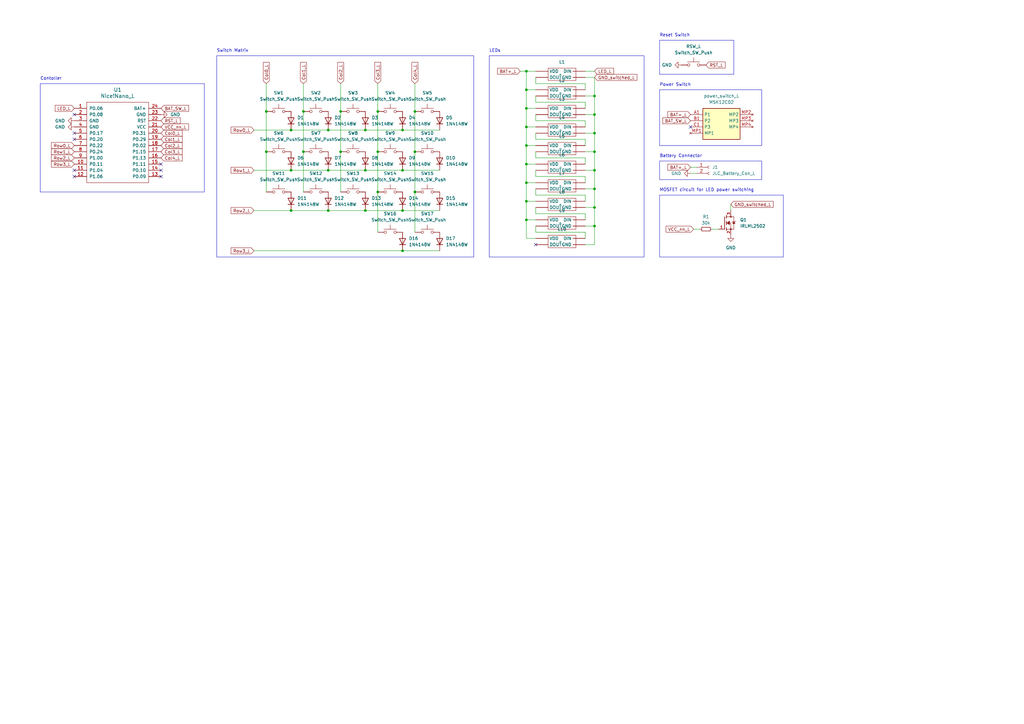
<source format=kicad_sch>
(kicad_sch (version 20230121) (generator eeschema)

  (uuid ab13a0cc-ad26-411f-843b-8e4b5c97b37f)

  (paper "A3")

  (lib_symbols
    (symbol "Connector:Conn_01x02_Socket" (pin_names (offset 1.016) hide) (in_bom yes) (on_board yes)
      (property "Reference" "J" (at 0 2.54 0)
        (effects (font (size 1.27 1.27)))
      )
      (property "Value" "Conn_01x02_Socket" (at 0 -5.08 0)
        (effects (font (size 1.27 1.27)))
      )
      (property "Footprint" "" (at 0 0 0)
        (effects (font (size 1.27 1.27)) hide)
      )
      (property "Datasheet" "~" (at 0 0 0)
        (effects (font (size 1.27 1.27)) hide)
      )
      (property "ki_locked" "" (at 0 0 0)
        (effects (font (size 1.27 1.27)))
      )
      (property "ki_keywords" "connector" (at 0 0 0)
        (effects (font (size 1.27 1.27)) hide)
      )
      (property "ki_description" "Generic connector, single row, 01x02, script generated" (at 0 0 0)
        (effects (font (size 1.27 1.27)) hide)
      )
      (property "ki_fp_filters" "Connector*:*_1x??_*" (at 0 0 0)
        (effects (font (size 1.27 1.27)) hide)
      )
      (symbol "Conn_01x02_Socket_1_1"
        (arc (start 0 -2.032) (mid -0.5058 -2.54) (end 0 -3.048)
          (stroke (width 0.1524) (type default))
          (fill (type none))
        )
        (polyline
          (pts
            (xy -1.27 -2.54)
            (xy -0.508 -2.54)
          )
          (stroke (width 0.1524) (type default))
          (fill (type none))
        )
        (polyline
          (pts
            (xy -1.27 0)
            (xy -0.508 0)
          )
          (stroke (width 0.1524) (type default))
          (fill (type none))
        )
        (arc (start 0 0.508) (mid -0.5058 0) (end 0 -0.508)
          (stroke (width 0.1524) (type default))
          (fill (type none))
        )
        (pin passive line (at -5.08 0 0) (length 3.81)
          (name "Pin_1" (effects (font (size 1.27 1.27))))
          (number "1" (effects (font (size 1.27 1.27))))
        )
        (pin passive line (at -5.08 -2.54 0) (length 3.81)
          (name "Pin_2" (effects (font (size 1.27 1.27))))
          (number "2" (effects (font (size 1.27 1.27))))
        )
      )
    )
    (symbol "Device:R_Small" (pin_numbers hide) (pin_names (offset 0.254) hide) (in_bom yes) (on_board yes)
      (property "Reference" "R" (at 0.762 0.508 0)
        (effects (font (size 1.27 1.27)) (justify left))
      )
      (property "Value" "R_Small" (at 0.762 -1.016 0)
        (effects (font (size 1.27 1.27)) (justify left))
      )
      (property "Footprint" "" (at 0 0 0)
        (effects (font (size 1.27 1.27)) hide)
      )
      (property "Datasheet" "~" (at 0 0 0)
        (effects (font (size 1.27 1.27)) hide)
      )
      (property "ki_keywords" "R resistor" (at 0 0 0)
        (effects (font (size 1.27 1.27)) hide)
      )
      (property "ki_description" "Resistor, small symbol" (at 0 0 0)
        (effects (font (size 1.27 1.27)) hide)
      )
      (property "ki_fp_filters" "R_*" (at 0 0 0)
        (effects (font (size 1.27 1.27)) hide)
      )
      (symbol "R_Small_0_1"
        (rectangle (start -0.762 1.778) (end 0.762 -1.778)
          (stroke (width 0.2032) (type default))
          (fill (type none))
        )
      )
      (symbol "R_Small_1_1"
        (pin passive line (at 0 2.54 270) (length 0.762)
          (name "~" (effects (font (size 1.27 1.27))))
          (number "1" (effects (font (size 1.27 1.27))))
        )
        (pin passive line (at 0 -2.54 90) (length 0.762)
          (name "~" (effects (font (size 1.27 1.27))))
          (number "2" (effects (font (size 1.27 1.27))))
        )
      )
    )
    (symbol "IRLML2502:IRLML2502" (pin_names (offset 1.016)) (in_bom yes) (on_board yes)
      (property "Reference" "Q" (at -8.89 2.54 0)
        (effects (font (size 1.27 1.27)) (justify left bottom))
      )
      (property "Value" "IRLML2502" (at -8.89 -7.62 0)
        (effects (font (size 1.27 1.27)) (justify left bottom))
      )
      (property "Footprint" "SOT95P237X112-3N" (at 0 0 0)
        (effects (font (size 1.27 1.27)) (justify bottom) hide)
      )
      (property "Datasheet" "" (at 0 0 0)
        (effects (font (size 1.27 1.27)) hide)
      )
      (property "MAXIMUM_PACKAGE_HEIGHT" "1.12 mm" (at 0 0 0)
        (effects (font (size 1.27 1.27)) (justify bottom) hide)
      )
      (property "STANDARD" "IPC 7351B" (at 0 0 0)
        (effects (font (size 1.27 1.27)) (justify bottom) hide)
      )
      (property "PARTREV" "April 24, 2014" (at 0 0 0)
        (effects (font (size 1.27 1.27)) (justify bottom) hide)
      )
      (property "SNAPEDA_PACKAGE_ID" "11907" (at 0 0 0)
        (effects (font (size 1.27 1.27)) (justify bottom) hide)
      )
      (property "SNAPEDA_PN" "IRLML2502" (at 0 0 0)
        (effects (font (size 1.27 1.27)) (justify bottom) hide)
      )
      (property "MANUFACTURER" "Infineon Technologies" (at 0 0 0)
        (effects (font (size 1.27 1.27)) (justify bottom) hide)
      )
      (symbol "IRLML2502_0_0"
        (polyline
          (pts
            (xy 0 2.54)
            (xy 0 -2.54)
          )
          (stroke (width 0.254) (type default))
          (fill (type none))
        )
        (polyline
          (pts
            (xy 0.762 -2.54)
            (xy 0.762 -3.175)
          )
          (stroke (width 0.254) (type default))
          (fill (type none))
        )
        (polyline
          (pts
            (xy 0.762 -1.905)
            (xy 0.762 -2.54)
          )
          (stroke (width 0.254) (type default))
          (fill (type none))
        )
        (polyline
          (pts
            (xy 0.762 0)
            (xy 0.762 -0.762)
          )
          (stroke (width 0.254) (type default))
          (fill (type none))
        )
        (polyline
          (pts
            (xy 0.762 0)
            (xy 2.54 0)
          )
          (stroke (width 0.1524) (type default))
          (fill (type none))
        )
        (polyline
          (pts
            (xy 0.762 0.762)
            (xy 0.762 0)
          )
          (stroke (width 0.254) (type default))
          (fill (type none))
        )
        (polyline
          (pts
            (xy 0.762 2.54)
            (xy 0.762 1.905)
          )
          (stroke (width 0.254) (type default))
          (fill (type none))
        )
        (polyline
          (pts
            (xy 0.762 2.54)
            (xy 3.81 2.54)
          )
          (stroke (width 0.1524) (type default))
          (fill (type none))
        )
        (polyline
          (pts
            (xy 0.762 3.175)
            (xy 0.762 2.54)
          )
          (stroke (width 0.254) (type default))
          (fill (type none))
        )
        (polyline
          (pts
            (xy 2.54 -2.54)
            (xy 0.762 -2.54)
          )
          (stroke (width 0.1524) (type default))
          (fill (type none))
        )
        (polyline
          (pts
            (xy 2.54 -2.54)
            (xy 3.81 -2.54)
          )
          (stroke (width 0.1524) (type default))
          (fill (type none))
        )
        (polyline
          (pts
            (xy 2.54 0)
            (xy 2.54 -2.54)
          )
          (stroke (width 0.1524) (type default))
          (fill (type none))
        )
        (polyline
          (pts
            (xy 3.302 0.508)
            (xy 3.048 0.254)
          )
          (stroke (width 0.1524) (type default))
          (fill (type none))
        )
        (polyline
          (pts
            (xy 3.81 0.508)
            (xy 3.302 0.508)
          )
          (stroke (width 0.1524) (type default))
          (fill (type none))
        )
        (polyline
          (pts
            (xy 3.81 0.508)
            (xy 3.81 -2.54)
          )
          (stroke (width 0.1524) (type default))
          (fill (type none))
        )
        (polyline
          (pts
            (xy 3.81 2.54)
            (xy 3.81 0.508)
          )
          (stroke (width 0.1524) (type default))
          (fill (type none))
        )
        (polyline
          (pts
            (xy 4.318 0.508)
            (xy 3.81 0.508)
          )
          (stroke (width 0.1524) (type default))
          (fill (type none))
        )
        (polyline
          (pts
            (xy 4.572 0.762)
            (xy 4.318 0.508)
          )
          (stroke (width 0.1524) (type default))
          (fill (type none))
        )
        (polyline
          (pts
            (xy 1.016 0)
            (xy 2.032 0.762)
            (xy 2.032 -0.762)
            (xy 1.016 0)
          )
          (stroke (width 0.1524) (type default))
          (fill (type outline))
        )
        (polyline
          (pts
            (xy 3.81 0.508)
            (xy 3.302 -0.254)
            (xy 4.318 -0.254)
            (xy 3.81 0.508)
          )
          (stroke (width 0.1524) (type default))
          (fill (type outline))
        )
        (circle (center 2.54 -2.54) (radius 0.3592)
          (stroke (width 0) (type default))
          (fill (type none))
        )
        (circle (center 2.54 2.54) (radius 0.3592)
          (stroke (width 0) (type default))
          (fill (type none))
        )
        (pin passive line (at -2.54 -2.54 0) (length 2.54)
          (name "~" (effects (font (size 1.016 1.016))))
          (number "1" (effects (font (size 1.016 1.016))))
        )
        (pin passive line (at 2.54 -5.08 90) (length 2.54)
          (name "~" (effects (font (size 1.016 1.016))))
          (number "2" (effects (font (size 1.016 1.016))))
        )
        (pin passive line (at 2.54 5.08 270) (length 2.54)
          (name "~" (effects (font (size 1.016 1.016))))
          (number "3" (effects (font (size 1.016 1.016))))
        )
      )
    )
    (symbol "KoalaKeeb-cache:1N4148W" (pin_numbers hide) (pin_names hide) (in_bom yes) (on_board yes)
      (property "Reference" "D" (at 0 2.54 0)
        (effects (font (size 1.27 1.27)))
      )
      (property "Value" "1N4148W" (at 0 -2.54 0)
        (effects (font (size 1.27 1.27)))
      )
      (property "Footprint" "Diode_SMD:D_SOD-123" (at 0 -4.445 0)
        (effects (font (size 1.27 1.27)) hide)
      )
      (property "Datasheet" "" (at 0 0 0)
        (effects (font (size 1.27 1.27)) hide)
      )
      (property "Sim.Device" "D" (at 0 0 0)
        (effects (font (size 1.27 1.27)) hide)
      )
      (property "Sim.Pins" "1=K 2=A" (at 0 0 0)
        (effects (font (size 1.27 1.27)) hide)
      )
      (property "ki_keywords" "diode" (at 0 0 0)
        (effects (font (size 1.27 1.27)) hide)
      )
      (property "ki_description" "75V 0.15A Fast Switching Diode, SOD-123" (at 0 0 0)
        (effects (font (size 1.27 1.27)) hide)
      )
      (property "ki_fp_filters" "D*SOD?123*" (at 0 0 0)
        (effects (font (size 1.27 1.27)) hide)
      )
      (symbol "1N4148W_0_1"
        (polyline
          (pts
            (xy -1.27 1.27)
            (xy -1.27 -1.27)
          )
          (stroke (width 0.254) (type default))
          (fill (type none))
        )
        (polyline
          (pts
            (xy 1.27 0)
            (xy -1.27 0)
          )
          (stroke (width 0) (type default))
          (fill (type none))
        )
        (polyline
          (pts
            (xy 1.27 1.27)
            (xy 1.27 -1.27)
            (xy -1.27 0)
            (xy 1.27 1.27)
          )
          (stroke (width 0.254) (type default))
          (fill (type none))
        )
      )
      (symbol "1N4148W_1_1"
        (pin passive line (at -3.81 0 0) (length 2.54)
          (name "K" (effects (font (size 1.27 1.27))))
          (number "1" (effects (font (size 1.27 1.27))))
        )
        (pin passive line (at 3.81 0 180) (length 2.54)
          (name "A" (effects (font (size 1.27 1.27))))
          (number "2" (effects (font (size 1.27 1.27))))
        )
      )
    )
    (symbol "KoalaKeeb-cache:MSK12C02" (in_bom yes) (on_board yes)
      (property "Reference" "S" (at 21.59 7.62 0)
        (effects (font (size 1.27 1.27)) (justify left top))
      )
      (property "Value" "MSK12C02" (at 21.59 5.08 0)
        (effects (font (size 1.27 1.27)) (justify left top))
      )
      (property "Footprint" "MSK12C02" (at 21.59 -94.92 0)
        (effects (font (size 1.27 1.27)) (justify left top) hide)
      )
      (property "Datasheet" "https://shouhan.en.made-in-china.com/product/xsMEmqgOAXWB/China-Slide-Switch-Msk12c02-Slide-Switch-on-off-2-Position-1p2t-Spdt-Miniature-Horizontal-SMD-7p-Slide-Switch.html" (at 21.59 -194.92 0)
        (effects (font (size 1.27 1.27)) (justify left top) hide)
      )
      (property "Height" "1.4" (at 21.59 -394.92 0)
        (effects (font (size 1.27 1.27)) (justify left top) hide)
      )
      (property "Manufacturer_Name" "Shou Han" (at 21.59 -494.92 0)
        (effects (font (size 1.27 1.27)) (justify left top) hide)
      )
      (property "Manufacturer_Part_Number" "MSK12C02" (at 21.59 -594.92 0)
        (effects (font (size 1.27 1.27)) (justify left top) hide)
      )
      (property "Mouser Part Number" "" (at 21.59 -694.92 0)
        (effects (font (size 1.27 1.27)) (justify left top) hide)
      )
      (property "Mouser Price/Stock" "" (at 21.59 -794.92 0)
        (effects (font (size 1.27 1.27)) (justify left top) hide)
      )
      (property "Arrow Part Number" "" (at 21.59 -894.92 0)
        (effects (font (size 1.27 1.27)) (justify left top) hide)
      )
      (property "Arrow Price/Stock" "" (at 21.59 -994.92 0)
        (effects (font (size 1.27 1.27)) (justify left top) hide)
      )
      (property "ki_description" "SMD Toggle Switches" (at 0 0 0)
        (effects (font (size 1.27 1.27)) hide)
      )
      (symbol "MSK12C02_1_1"
        (rectangle (start 5.08 2.54) (end 20.32 -10.16)
          (stroke (width 0.254) (type default))
          (fill (type background))
        )
        (pin passive line (at 0 0 0) (length 5.08)
          (name "P1" (effects (font (size 1.27 1.27))))
          (number "A1" (effects (font (size 1.27 1.27))))
        )
        (pin passive line (at 0 -2.54 0) (length 5.08)
          (name "P2" (effects (font (size 1.27 1.27))))
          (number "B1" (effects (font (size 1.27 1.27))))
        )
        (pin passive line (at 0 -5.08 0) (length 5.08)
          (name "P3" (effects (font (size 1.27 1.27))))
          (number "C1" (effects (font (size 1.27 1.27))))
        )
        (pin no_connect line (at 0 -7.62 0) (length 5.08)
          (name "MP1" (effects (font (size 1.27 1.27))))
          (number "MP1" (effects (font (size 1.27 1.27))))
        )
        (pin no_connect line (at 25.4 0 180) (length 5.08)
          (name "MP2" (effects (font (size 1.27 1.27))))
          (number "MP2" (effects (font (size 1.27 1.27))))
        )
        (pin no_connect line (at 25.4 -2.54 180) (length 5.08)
          (name "MP3" (effects (font (size 1.27 1.27))))
          (number "MP3" (effects (font (size 1.27 1.27))))
        )
        (pin no_connect line (at 25.4 -5.08 180) (length 5.08)
          (name "MP4" (effects (font (size 1.27 1.27))))
          (number "MP4" (effects (font (size 1.27 1.27))))
        )
      )
    )
    (symbol "KoalaKeeb-cache:Nice!Nano" (pin_names (offset 1.016)) (in_bom yes) (on_board yes)
      (property "Reference" "U" (at 0 24.13 0)
        (effects (font (size 1.524 1.524)))
      )
      (property "Value" "Nice!Nano" (at 0 -13.97 0)
        (effects (font (size 1.524 1.524)))
      )
      (property "Footprint" "" (at 2.54 -26.67 0)
        (effects (font (size 1.524 1.524)))
      )
      (property "Datasheet" "" (at 2.54 -26.67 0)
        (effects (font (size 1.524 1.524)))
      )
      (symbol "Nice!Nano_0_1"
        (rectangle (start -12.7 21.59) (end 12.7 -11.43)
          (stroke (width 0) (type solid))
          (fill (type none))
        )
      )
      (symbol "Nice!Nano_1_0"
        (pin power_out line (at 17.78 19.05 180) (length 5.08)
          (name "BAT+" (effects (font (size 1.27 1.27))))
          (number "24" (effects (font (size 1.27 1.27))))
        )
      )
      (symbol "Nice!Nano_1_1"
        (pin bidirectional line (at -17.78 19.05 0) (length 5.08)
          (name "P0.06" (effects (font (size 1.27 1.27))))
          (number "1" (effects (font (size 1.27 1.27))))
        )
        (pin bidirectional line (at -17.78 -3.81 0) (length 5.08)
          (name "P0.11" (effects (font (size 1.27 1.27))))
          (number "10" (effects (font (size 1.27 1.27))))
        )
        (pin bidirectional line (at -17.78 -6.35 0) (length 5.08)
          (name "P1.04" (effects (font (size 1.27 1.27))))
          (number "11" (effects (font (size 1.27 1.27))))
        )
        (pin bidirectional line (at -17.78 -8.89 0) (length 5.08)
          (name "P1.06" (effects (font (size 1.27 1.27))))
          (number "12" (effects (font (size 1.27 1.27))))
        )
        (pin bidirectional line (at 17.78 -8.89 180) (length 5.08)
          (name "P0.09" (effects (font (size 1.27 1.27))))
          (number "13" (effects (font (size 1.27 1.27))))
        )
        (pin bidirectional line (at 17.78 -6.35 180) (length 5.08)
          (name "P0.10" (effects (font (size 1.27 1.27))))
          (number "14" (effects (font (size 1.27 1.27))))
        )
        (pin bidirectional line (at 17.78 -3.81 180) (length 5.08)
          (name "P1.11" (effects (font (size 1.27 1.27))))
          (number "15" (effects (font (size 1.27 1.27))))
        )
        (pin bidirectional line (at 17.78 -1.27 180) (length 5.08)
          (name "P1.13" (effects (font (size 1.27 1.27))))
          (number "16" (effects (font (size 1.27 1.27))))
        )
        (pin bidirectional line (at 17.78 1.27 180) (length 5.08)
          (name "P1.15" (effects (font (size 1.27 1.27))))
          (number "17" (effects (font (size 1.27 1.27))))
        )
        (pin bidirectional line (at 17.78 3.81 180) (length 5.08)
          (name "P0.02" (effects (font (size 1.27 1.27))))
          (number "18" (effects (font (size 1.27 1.27))))
        )
        (pin bidirectional line (at 17.78 6.35 180) (length 5.08)
          (name "P0.29" (effects (font (size 1.27 1.27))))
          (number "19" (effects (font (size 1.27 1.27))))
        )
        (pin bidirectional line (at -17.78 16.51 0) (length 5.08)
          (name "P0.08" (effects (font (size 1.27 1.27))))
          (number "2" (effects (font (size 1.27 1.27))))
        )
        (pin bidirectional line (at 17.78 8.89 180) (length 5.08)
          (name "P0.31" (effects (font (size 1.27 1.27))))
          (number "20" (effects (font (size 1.27 1.27))))
        )
        (pin power_in line (at 17.78 11.43 180) (length 5.08)
          (name "VCC" (effects (font (size 1.27 1.27))))
          (number "21" (effects (font (size 1.27 1.27))))
        )
        (pin input line (at 17.78 13.97 180) (length 5.08)
          (name "RST" (effects (font (size 1.27 1.27))))
          (number "22" (effects (font (size 1.27 1.27))))
        )
        (pin power_in line (at 17.78 16.51 180) (length 5.08)
          (name "GND" (effects (font (size 1.27 1.27))))
          (number "23" (effects (font (size 1.27 1.27))))
        )
        (pin power_in line (at -17.78 13.97 0) (length 5.08)
          (name "GND" (effects (font (size 1.27 1.27))))
          (number "3" (effects (font (size 1.27 1.27))))
        )
        (pin power_in line (at -17.78 11.43 0) (length 5.08)
          (name "GND" (effects (font (size 1.27 1.27))))
          (number "4" (effects (font (size 1.27 1.27))))
        )
        (pin bidirectional line (at -17.78 8.89 0) (length 5.08)
          (name "P0.17" (effects (font (size 1.27 1.27))))
          (number "5" (effects (font (size 1.27 1.27))))
        )
        (pin bidirectional line (at -17.78 6.35 0) (length 5.08)
          (name "P0.20" (effects (font (size 1.27 1.27))))
          (number "6" (effects (font (size 1.27 1.27))))
        )
        (pin bidirectional line (at -17.78 3.81 0) (length 5.08)
          (name "P0.22" (effects (font (size 1.27 1.27))))
          (number "7" (effects (font (size 1.27 1.27))))
        )
        (pin bidirectional line (at -17.78 1.27 0) (length 5.08)
          (name "P0.24" (effects (font (size 1.27 1.27))))
          (number "8" (effects (font (size 1.27 1.27))))
        )
        (pin bidirectional line (at -17.78 -1.27 0) (length 5.08)
          (name "P1.00" (effects (font (size 1.27 1.27))))
          (number "9" (effects (font (size 1.27 1.27))))
        )
      )
    )
    (symbol "KoalaKeeb-cache:Switch_SW_Push" (pin_numbers hide) (pin_names (offset 1.016) hide) (in_bom yes) (on_board yes)
      (property "Reference" "SW" (at 1.27 2.54 0)
        (effects (font (size 1.27 1.27)) (justify left))
      )
      (property "Value" "Switch_SW_Push" (at 0 -1.524 0)
        (effects (font (size 1.27 1.27)))
      )
      (property "Footprint" "" (at 0 5.08 0)
        (effects (font (size 1.27 1.27)) hide)
      )
      (property "Datasheet" "" (at 0 5.08 0)
        (effects (font (size 1.27 1.27)) hide)
      )
      (symbol "Switch_SW_Push_0_1"
        (circle (center -2.032 0) (radius 0.508)
          (stroke (width 0) (type solid))
          (fill (type none))
        )
        (polyline
          (pts
            (xy 0 1.27)
            (xy 0 3.048)
          )
          (stroke (width 0) (type solid))
          (fill (type none))
        )
        (polyline
          (pts
            (xy 2.54 1.27)
            (xy -2.54 1.27)
          )
          (stroke (width 0) (type solid))
          (fill (type none))
        )
        (circle (center 2.032 0) (radius 0.508)
          (stroke (width 0) (type solid))
          (fill (type none))
        )
        (pin passive line (at -5.08 0 0) (length 2.54)
          (name "1" (effects (font (size 1.27 1.27))))
          (number "1" (effects (font (size 1.27 1.27))))
        )
        (pin passive line (at 5.08 0 180) (length 2.54)
          (name "2" (effects (font (size 1.27 1.27))))
          (number "2" (effects (font (size 1.27 1.27))))
        )
      )
    )
    (symbol "SK6812_MINI-E_1" (in_bom yes) (on_board yes)
      (property "Reference" "L" (at 0 3.81 0)
        (effects (font (size 1.27 1.27)))
      )
      (property "Value" "" (at 0 0 0)
        (effects (font (size 1.27 1.27)))
      )
      (property "Footprint" "" (at 0 0 0)
        (effects (font (size 1.27 1.27)) hide)
      )
      (property "Datasheet" "" (at 0 0 0)
        (effects (font (size 1.27 1.27)) hide)
      )
      (symbol "SK6812_MINI-E_1_0_1"
        (rectangle (start -5.08 2.54) (end 6.35 -2.54)
          (stroke (width 0) (type default))
          (fill (type none))
        )
      )
      (symbol "SK6812_MINI-E_1_1_1"
        (pin input line (at 10.16 1.27 180) (length 5.08)
          (name "DIN" (effects (font (size 1.27 1.27))))
          (number "" (effects (font (size 1.27 1.27))))
        )
        (pin output line (at -10.16 -1.27 0) (length 5.08)
          (name "DOUT" (effects (font (size 1.27 1.27))))
          (number "" (effects (font (size 1.27 1.27))))
        )
        (pin power_in line (at 10.16 -1.27 180) (length 5.08)
          (name "GND" (effects (font (size 1.27 1.27))))
          (number "" (effects (font (size 1.27 1.27))))
        )
        (pin power_in line (at -10.16 1.27 0) (length 5.08)
          (name "VDD" (effects (font (size 1.27 1.27))))
          (number "" (effects (font (size 1.27 1.27))))
        )
      )
    )
    (symbol "power:GND" (power) (pin_names (offset 0)) (in_bom yes) (on_board yes)
      (property "Reference" "#PWR" (at 0 -6.35 0)
        (effects (font (size 1.27 1.27)) hide)
      )
      (property "Value" "GND" (at 0 -3.81 0)
        (effects (font (size 1.27 1.27)))
      )
      (property "Footprint" "" (at 0 0 0)
        (effects (font (size 1.27 1.27)) hide)
      )
      (property "Datasheet" "" (at 0 0 0)
        (effects (font (size 1.27 1.27)) hide)
      )
      (property "ki_keywords" "global power" (at 0 0 0)
        (effects (font (size 1.27 1.27)) hide)
      )
      (property "ki_description" "Power symbol creates a global label with name \"GND\" , ground" (at 0 0 0)
        (effects (font (size 1.27 1.27)) hide)
      )
      (symbol "GND_0_1"
        (polyline
          (pts
            (xy 0 0)
            (xy 0 -1.27)
            (xy 1.27 -1.27)
            (xy 0 -2.54)
            (xy -1.27 -1.27)
            (xy 0 -1.27)
          )
          (stroke (width 0) (type default))
          (fill (type none))
        )
      )
      (symbol "GND_1_1"
        (pin power_in line (at 0 0 270) (length 0) hide
          (name "GND" (effects (font (size 1.27 1.27))))
          (number "1" (effects (font (size 1.27 1.27))))
        )
      )
    )
  )

  (junction (at 134.62 86.36) (diameter 0) (color 0 0 0 0)
    (uuid 13fbb363-f9d5-4af4-b940-87790aa5f976)
  )
  (junction (at 215.9 90.17) (diameter 0) (color 0 0 0 0)
    (uuid 20face48-1f08-4be2-a565-bdfb3e395794)
  )
  (junction (at 243.84 46.99) (diameter 0) (color 0 0 0 0)
    (uuid 2fa5c301-59fe-49f6-8398-4021a6eca07c)
  )
  (junction (at 165.1 102.87) (diameter 0) (color 0 0 0 0)
    (uuid 303b99c0-085f-44a7-a903-5452403e408f)
  )
  (junction (at 170.18 45.72) (diameter 0) (color 0 0 0 0)
    (uuid 324a4422-b5c4-4db8-87df-ceb52706cb69)
  )
  (junction (at 165.1 86.36) (diameter 0) (color 0 0 0 0)
    (uuid 35e1118f-bbeb-4234-90fd-e9b341abe9fd)
  )
  (junction (at 215.9 36.83) (diameter 0) (color 0 0 0 0)
    (uuid 399687cf-9f39-4ec3-aa08-1232cb881c2e)
  )
  (junction (at 170.18 78.74) (diameter 0) (color 0 0 0 0)
    (uuid 3a9305e6-0547-4aa4-99eb-2ce35229b09e)
  )
  (junction (at 243.84 39.37) (diameter 0) (color 0 0 0 0)
    (uuid 3c48bd5a-4613-4798-8baf-427e2f4c08a0)
  )
  (junction (at 119.38 86.36) (diameter 0) (color 0 0 0 0)
    (uuid 4b3e9771-7215-4f98-a37e-2418808289ea)
  )
  (junction (at 243.84 54.61) (diameter 0) (color 0 0 0 0)
    (uuid 5582aec6-e7f7-4207-95ac-4fe1e6c938bf)
  )
  (junction (at 124.46 45.72) (diameter 0) (color 0 0 0 0)
    (uuid 572deb94-c93d-442b-95f8-06569e66bb96)
  )
  (junction (at 149.86 86.36) (diameter 0) (color 0 0 0 0)
    (uuid 5a3d965a-7502-40df-925e-aa569a73fa25)
  )
  (junction (at 149.86 69.85) (diameter 0) (color 0 0 0 0)
    (uuid 5cf42892-f1c8-4937-8069-d795fb8dd2a0)
  )
  (junction (at 215.9 67.31) (diameter 0) (color 0 0 0 0)
    (uuid 673f1483-1527-4581-b1a1-809f7d73fb02)
  )
  (junction (at 154.94 45.72) (diameter 0) (color 0 0 0 0)
    (uuid 7481ee8f-4343-4ccb-8db3-03e39ee4eb50)
  )
  (junction (at 154.94 62.23) (diameter 0) (color 0 0 0 0)
    (uuid 75cb9796-2554-4f67-a735-421bd5152658)
  )
  (junction (at 109.22 45.72) (diameter 0) (color 0 0 0 0)
    (uuid 7e14aece-0b31-45dd-ac92-f4c1f9e59ec5)
  )
  (junction (at 243.84 85.09) (diameter 0) (color 0 0 0 0)
    (uuid 7e6c5a67-1a9d-46cd-8df9-81e726a6f090)
  )
  (junction (at 243.84 92.71) (diameter 0) (color 0 0 0 0)
    (uuid 7e8756de-a817-407a-9fc9-552d9e1b185b)
  )
  (junction (at 215.9 44.45) (diameter 0) (color 0 0 0 0)
    (uuid 81f65b5b-300b-4616-8cb6-195ab8c8f35a)
  )
  (junction (at 134.62 69.85) (diameter 0) (color 0 0 0 0)
    (uuid 846880b8-cf93-40bf-9e34-6fb5a0a0cbb8)
  )
  (junction (at 139.7 62.23) (diameter 0) (color 0 0 0 0)
    (uuid 8494161d-d2cd-4332-8bc0-4018d4c96661)
  )
  (junction (at 170.18 62.23) (diameter 0) (color 0 0 0 0)
    (uuid 84f59d9c-7385-4579-b678-0901be987f9a)
  )
  (junction (at 124.46 62.23) (diameter 0) (color 0 0 0 0)
    (uuid 95eed9d6-a992-4f21-b269-a01630b35b42)
  )
  (junction (at 215.9 29.21) (diameter 0) (color 0 0 0 0)
    (uuid 9f1b1fb4-043d-4b4b-b17b-72745f4fb3b3)
  )
  (junction (at 215.9 59.69) (diameter 0) (color 0 0 0 0)
    (uuid 9fc79f75-37c7-446c-b734-5b1c85dfad98)
  )
  (junction (at 149.86 53.34) (diameter 0) (color 0 0 0 0)
    (uuid a5e28ac3-efbc-4691-8386-6621ed5737ff)
  )
  (junction (at 243.84 69.85) (diameter 0) (color 0 0 0 0)
    (uuid b32fbeef-805f-4b66-b650-25ffe2e4649c)
  )
  (junction (at 139.7 45.72) (diameter 0) (color 0 0 0 0)
    (uuid b406ed3a-2cdd-4b12-a4d4-1fd323ffae0c)
  )
  (junction (at 243.84 77.47) (diameter 0) (color 0 0 0 0)
    (uuid bea001fd-c3df-417c-9c15-4643f9582612)
  )
  (junction (at 109.22 62.23) (diameter 0) (color 0 0 0 0)
    (uuid c428b90b-734c-4a3f-b0a0-baf8c71eafa8)
  )
  (junction (at 119.38 69.85) (diameter 0) (color 0 0 0 0)
    (uuid cb7138db-cd50-4395-820a-30a09d73bb2f)
  )
  (junction (at 154.94 78.74) (diameter 0) (color 0 0 0 0)
    (uuid cd5806fa-6310-44a7-802a-a771d828feba)
  )
  (junction (at 119.38 53.34) (diameter 0) (color 0 0 0 0)
    (uuid d3befebe-a322-4b66-a6ee-887670c9c780)
  )
  (junction (at 165.1 53.34) (diameter 0) (color 0 0 0 0)
    (uuid d7f81eb2-b10c-461a-a21f-8a4bf718ce14)
  )
  (junction (at 134.62 53.34) (diameter 0) (color 0 0 0 0)
    (uuid e83d67bc-93ce-466d-8f12-ec4ff3efdacd)
  )
  (junction (at 215.9 52.07) (diameter 0) (color 0 0 0 0)
    (uuid ea3a5d79-05d8-4ec9-a3c2-cb8f43bfd246)
  )
  (junction (at 215.9 82.55) (diameter 0) (color 0 0 0 0)
    (uuid ee1ca6ec-1705-494f-af17-70f74a93675c)
  )
  (junction (at 165.1 69.85) (diameter 0) (color 0 0 0 0)
    (uuid f6153caa-c470-41e5-9078-437af6d78f65)
  )
  (junction (at 243.84 62.23) (diameter 0) (color 0 0 0 0)
    (uuid f93f2e34-992c-48db-a053-606d83e73352)
  )
  (junction (at 215.9 74.93) (diameter 0) (color 0 0 0 0)
    (uuid febf2bb3-31d0-4dff-9e0b-c58710484425)
  )

  (no_connect (at 66.04 67.31) (uuid 01a42da3-5427-46b6-85ff-9a71791bdadd))
  (no_connect (at 283.21 52.07) (uuid 0da4992a-6115-4421-ad86-172b162eda19))
  (no_connect (at 30.48 69.85) (uuid 3221f2a5-ca19-4455-ba37-90de8a79940b))
  (no_connect (at 66.04 69.85) (uuid 4ae72505-1881-422c-a76d-8e79c1839699))
  (no_connect (at 66.04 72.39) (uuid 5150a90c-4bff-4c2d-8ecf-99293b49d828))
  (no_connect (at 30.48 46.99) (uuid 5a74be19-dc0d-4298-b588-ea0f97527fa8))
  (no_connect (at 30.48 72.39) (uuid 6c1d8390-7142-4de2-ba6c-64ab0cce69f1))
  (no_connect (at 30.48 57.15) (uuid ad2c69d4-d8f6-4e51-9096-875389ba903b))
  (no_connect (at 30.48 54.61) (uuid bc1c398c-720f-4ee7-9949-9c33856b3471))
  (no_connect (at 219.71 100.33) (uuid c2d1f5dd-c691-41c7-b8d0-45c1c395a473))

  (wire (pts (xy 240.03 46.99) (xy 243.84 46.99))
    (stroke (width 0) (type default))
    (uuid 0025dad1-6ac0-4e13-8e56-a5591f0189dd)
  )
  (wire (pts (xy 165.1 53.34) (xy 180.34 53.34))
    (stroke (width 0) (type default))
    (uuid 029fb93e-5a8a-4514-8b83-5b3cc2a33f47)
  )
  (wire (pts (xy 243.84 39.37) (xy 243.84 31.75))
    (stroke (width 0) (type default))
    (uuid 0360fd83-bb0e-4cbc-94ba-a7f80d0aca97)
  )
  (wire (pts (xy 154.94 62.23) (xy 154.94 78.74))
    (stroke (width 0) (type default))
    (uuid 036cce3c-cd2f-4650-8048-268fbfd7654e)
  )
  (wire (pts (xy 243.84 31.75) (xy 240.03 31.75))
    (stroke (width 0) (type default))
    (uuid 0574251a-59dd-44fd-bf7b-55d5bfda4d7b)
  )
  (wire (pts (xy 215.9 52.07) (xy 215.9 44.45))
    (stroke (width 0) (type default))
    (uuid 07e5f2de-a4e5-4c68-9253-865a0e90d75e)
  )
  (wire (pts (xy 240.03 57.15) (xy 240.03 59.69))
    (stroke (width 0) (type default))
    (uuid 0c69e879-de20-4dad-8077-b71f5a8f1ac2)
  )
  (wire (pts (xy 240.03 39.37) (xy 243.84 39.37))
    (stroke (width 0) (type default))
    (uuid 119bee2a-3882-48b9-b030-f74f7233c0e2)
  )
  (wire (pts (xy 124.46 62.23) (xy 124.46 78.74))
    (stroke (width 0) (type default))
    (uuid 11fc054d-a7ea-41d4-893e-38af1e630f73)
  )
  (wire (pts (xy 219.71 59.69) (xy 215.9 59.69))
    (stroke (width 0) (type default))
    (uuid 150beca7-5e68-4373-a926-3a3b7203e268)
  )
  (wire (pts (xy 292.1 93.98) (xy 294.64 93.98))
    (stroke (width 0) (type default))
    (uuid 1a71edc0-3667-4f02-b361-d53e8523562c)
  )
  (wire (pts (xy 139.7 62.23) (xy 139.7 78.74))
    (stroke (width 0) (type default))
    (uuid 1bd2f024-ec19-4666-bb57-c27458b335c9)
  )
  (wire (pts (xy 219.71 54.61) (xy 219.71 57.15))
    (stroke (width 0) (type default))
    (uuid 1ce1935b-0118-483d-abf3-c529653a6061)
  )
  (wire (pts (xy 243.84 46.99) (xy 243.84 39.37))
    (stroke (width 0) (type default))
    (uuid 255b7ebd-e889-4647-9f31-39af94102eb1)
  )
  (wire (pts (xy 219.71 85.09) (xy 219.71 87.63))
    (stroke (width 0) (type default))
    (uuid 2759a117-e41b-4a5f-bdc6-6c20a04bdd11)
  )
  (wire (pts (xy 299.72 83.82) (xy 299.72 86.36))
    (stroke (width 0) (type default))
    (uuid 2db67c1c-b348-41cf-9dbb-647f7c4d6725)
  )
  (wire (pts (xy 119.38 69.85) (xy 134.62 69.85))
    (stroke (width 0) (type default))
    (uuid 2e807a40-1fd3-427e-8c04-5aa3d7d32cde)
  )
  (wire (pts (xy 215.9 29.21) (xy 219.71 29.21))
    (stroke (width 0) (type default))
    (uuid 32ac6b82-f144-4a35-9be2-0a8ca448b7ab)
  )
  (wire (pts (xy 165.1 69.85) (xy 180.34 69.85))
    (stroke (width 0) (type default))
    (uuid 32e3c163-4ebe-4a46-8668-cb35c8b5d76a)
  )
  (wire (pts (xy 240.03 77.47) (xy 243.84 77.47))
    (stroke (width 0) (type default))
    (uuid 33fb9548-b09b-4c0a-9a53-ae1e83614f09)
  )
  (wire (pts (xy 243.84 54.61) (xy 243.84 46.99))
    (stroke (width 0) (type default))
    (uuid 36e028b6-6196-4ba0-b55b-682297c36936)
  )
  (wire (pts (xy 104.14 86.36) (xy 119.38 86.36))
    (stroke (width 0) (type default))
    (uuid 38e421c8-e2f2-4e96-b9f5-f5d8959e0c18)
  )
  (wire (pts (xy 219.71 82.55) (xy 215.9 82.55))
    (stroke (width 0) (type default))
    (uuid 3b96fd5a-f92d-41d2-a6a1-c0af755518ee)
  )
  (wire (pts (xy 149.86 69.85) (xy 165.1 69.85))
    (stroke (width 0) (type default))
    (uuid 3d015662-c066-4810-83cc-87879a4c4706)
  )
  (wire (pts (xy 154.94 34.29) (xy 154.94 45.72))
    (stroke (width 0) (type default))
    (uuid 3eb06ef7-209b-4f15-9fcf-81ccc53d7ac0)
  )
  (wire (pts (xy 219.71 52.07) (xy 215.9 52.07))
    (stroke (width 0) (type default))
    (uuid 46492a1e-208e-4172-aad9-8eb2f6f41db2)
  )
  (wire (pts (xy 240.03 100.33) (xy 243.84 100.33))
    (stroke (width 0) (type default))
    (uuid 473cb409-3a16-40e4-83b3-9203a479ff25)
  )
  (wire (pts (xy 243.84 29.21) (xy 240.03 29.21))
    (stroke (width 0) (type default))
    (uuid 47413412-3c69-4cd3-b94e-3e03fc6020e9)
  )
  (wire (pts (xy 219.71 95.25) (xy 240.03 95.25))
    (stroke (width 0) (type default))
    (uuid 4f2e117a-8619-4093-96ae-a98528215c32)
  )
  (wire (pts (xy 219.71 44.45) (xy 215.9 44.45))
    (stroke (width 0) (type default))
    (uuid 512ac217-7d91-428e-b0f2-053033aa21f2)
  )
  (wire (pts (xy 215.9 67.31) (xy 215.9 59.69))
    (stroke (width 0) (type default))
    (uuid 5262613a-5808-443c-8994-b0ed7f54ce47)
  )
  (wire (pts (xy 170.18 45.72) (xy 170.18 62.23))
    (stroke (width 0) (type default))
    (uuid 530d878b-2d12-4d5d-bdd0-b7f05304b514)
  )
  (wire (pts (xy 134.62 53.34) (xy 149.86 53.34))
    (stroke (width 0) (type default))
    (uuid 53ff9921-7ef3-4d1a-af21-b2384f54d0ae)
  )
  (wire (pts (xy 124.46 45.72) (xy 124.46 62.23))
    (stroke (width 0) (type default))
    (uuid 56182f1a-bac6-4c09-88a2-08460461bc77)
  )
  (wire (pts (xy 240.03 92.71) (xy 243.84 92.71))
    (stroke (width 0) (type default))
    (uuid 571a7bb9-6326-40d7-ae24-96c4d2409fc7)
  )
  (wire (pts (xy 240.03 34.29) (xy 240.03 36.83))
    (stroke (width 0) (type default))
    (uuid 5738af74-0e2b-4c3a-a600-0dbb62474264)
  )
  (wire (pts (xy 154.94 45.72) (xy 154.94 62.23))
    (stroke (width 0) (type default))
    (uuid 59304ee7-9945-4d23-af2d-0179d7e5d752)
  )
  (wire (pts (xy 219.71 97.79) (xy 215.9 97.79))
    (stroke (width 0) (type default))
    (uuid 59e49779-44e7-4ac3-ad57-afcd3614d249)
  )
  (wire (pts (xy 104.14 69.85) (xy 119.38 69.85))
    (stroke (width 0) (type default))
    (uuid 5a8cc6f7-4646-4417-a5d5-b6b95cd20b38)
  )
  (wire (pts (xy 215.9 90.17) (xy 215.9 82.55))
    (stroke (width 0) (type default))
    (uuid 5a901159-b0cd-48b5-ba7a-c6a49cc35117)
  )
  (wire (pts (xy 240.03 62.23) (xy 243.84 62.23))
    (stroke (width 0) (type default))
    (uuid 60c243f5-9d6e-4f72-a300-ee92421683d5)
  )
  (wire (pts (xy 139.7 34.29) (xy 139.7 45.72))
    (stroke (width 0) (type default))
    (uuid 62238178-f63d-45bc-a4c6-083d94c7c45b)
  )
  (wire (pts (xy 240.03 69.85) (xy 243.84 69.85))
    (stroke (width 0) (type default))
    (uuid 62ab3264-e344-4f89-a8a1-81e165cb1e80)
  )
  (wire (pts (xy 243.84 92.71) (xy 243.84 85.09))
    (stroke (width 0) (type default))
    (uuid 6567dbc8-b29d-46a6-9153-2c807ae5b177)
  )
  (wire (pts (xy 219.71 36.83) (xy 215.9 36.83))
    (stroke (width 0) (type default))
    (uuid 673d319c-5c90-404b-b185-81d3ae2cdeed)
  )
  (wire (pts (xy 165.1 86.36) (xy 180.34 86.36))
    (stroke (width 0) (type default))
    (uuid 681ca052-c86d-4314-86e8-c904e8593950)
  )
  (wire (pts (xy 219.71 67.31) (xy 215.9 67.31))
    (stroke (width 0) (type default))
    (uuid 686bd0a8-6db6-436a-b38f-4681a7c33052)
  )
  (wire (pts (xy 215.9 36.83) (xy 215.9 29.21))
    (stroke (width 0) (type default))
    (uuid 699cccbb-8d65-403a-8df6-c2b12004b3e8)
  )
  (wire (pts (xy 219.71 64.77) (xy 240.03 64.77))
    (stroke (width 0) (type default))
    (uuid 6e0c9d48-c0bb-4374-ae73-2386b71b814c)
  )
  (wire (pts (xy 170.18 62.23) (xy 170.18 78.74))
    (stroke (width 0) (type default))
    (uuid 70977b6c-3b72-4202-a6d4-eeda49e7cc0d)
  )
  (wire (pts (xy 170.18 34.29) (xy 170.18 45.72))
    (stroke (width 0) (type default))
    (uuid 76f0f30d-471f-4aa5-b62b-1b5247ea3f19)
  )
  (wire (pts (xy 134.62 69.85) (xy 149.86 69.85))
    (stroke (width 0) (type default))
    (uuid 77a7c449-3907-488d-9ca9-fd70dc57b65b)
  )
  (wire (pts (xy 219.71 69.85) (xy 219.71 72.39))
    (stroke (width 0) (type default))
    (uuid 788f5211-e9eb-4ff8-b2a3-17eb6288e834)
  )
  (wire (pts (xy 219.71 80.01) (xy 240.03 80.01))
    (stroke (width 0) (type default))
    (uuid 7dbd08ea-ae4c-4398-a759-199a76593ed9)
  )
  (wire (pts (xy 149.86 53.34) (xy 165.1 53.34))
    (stroke (width 0) (type default))
    (uuid 813374ab-3826-45ca-89ac-d1cb34a24dca)
  )
  (wire (pts (xy 219.71 46.99) (xy 219.71 49.53))
    (stroke (width 0) (type default))
    (uuid 87266c24-6b09-42f6-bd28-1926dc558ca0)
  )
  (wire (pts (xy 240.03 85.09) (xy 243.84 85.09))
    (stroke (width 0) (type default))
    (uuid 8f28ea6d-ba6f-4e9f-b0ae-3ed055ceb0f5)
  )
  (wire (pts (xy 240.03 80.01) (xy 240.03 82.55))
    (stroke (width 0) (type default))
    (uuid 915dd876-653b-42b3-9b77-7cab3ad100a6)
  )
  (wire (pts (xy 240.03 41.91) (xy 240.03 44.45))
    (stroke (width 0) (type default))
    (uuid 91b65b39-37df-4da1-b755-dc79e452ed24)
  )
  (wire (pts (xy 240.03 49.53) (xy 240.03 52.07))
    (stroke (width 0) (type default))
    (uuid 91c3f5f6-7b01-4765-89d4-2c8924c6ba34)
  )
  (wire (pts (xy 215.9 97.79) (xy 215.9 90.17))
    (stroke (width 0) (type default))
    (uuid 94248cb0-0333-4797-826e-f8f915b99185)
  )
  (wire (pts (xy 243.84 85.09) (xy 243.84 77.47))
    (stroke (width 0) (type default))
    (uuid 94cf7627-a93b-4687-9b44-72243b7f8e28)
  )
  (wire (pts (xy 139.7 45.72) (xy 139.7 62.23))
    (stroke (width 0) (type default))
    (uuid 95e1ec08-01a1-4309-b34c-7261b1b468f0)
  )
  (wire (pts (xy 243.84 69.85) (xy 243.84 62.23))
    (stroke (width 0) (type default))
    (uuid 98355c37-42e4-4c2c-bbd5-47316b16b4ed)
  )
  (wire (pts (xy 219.71 39.37) (xy 219.71 41.91))
    (stroke (width 0) (type default))
    (uuid 9a5d338a-f4da-4331-a386-5624efbff4b2)
  )
  (wire (pts (xy 165.1 102.87) (xy 180.34 102.87))
    (stroke (width 0) (type default))
    (uuid 9d2ebd03-3207-431f-acbf-131c7e4abf81)
  )
  (wire (pts (xy 243.84 77.47) (xy 243.84 69.85))
    (stroke (width 0) (type default))
    (uuid a0340025-d38a-4b5e-ae8e-fd85a281361a)
  )
  (wire (pts (xy 124.46 34.29) (xy 124.46 45.72))
    (stroke (width 0) (type default))
    (uuid a836bf1f-a950-4404-a529-19485a68ffdf)
  )
  (wire (pts (xy 240.03 64.77) (xy 240.03 67.31))
    (stroke (width 0) (type default))
    (uuid aa622dbc-f5c0-4662-ab11-e13034ea844b)
  )
  (wire (pts (xy 219.71 31.75) (xy 219.71 34.29))
    (stroke (width 0) (type default))
    (uuid ab038be2-20e7-4730-b69a-40e2cf0575e4)
  )
  (wire (pts (xy 154.94 78.74) (xy 154.94 95.25))
    (stroke (width 0) (type default))
    (uuid b0e7fef2-c868-4611-ac76-2ed16079f2e0)
  )
  (wire (pts (xy 219.71 87.63) (xy 240.03 87.63))
    (stroke (width 0) (type default))
    (uuid b446ef57-a411-4519-9f31-7a85fa5ad65b)
  )
  (wire (pts (xy 219.71 34.29) (xy 240.03 34.29))
    (stroke (width 0) (type default))
    (uuid b6e1cf03-d599-4ff5-973b-63e2e370191d)
  )
  (wire (pts (xy 109.22 62.23) (xy 109.22 78.74))
    (stroke (width 0) (type default))
    (uuid b79771c2-d31b-4f9e-a626-40e48e56c9f6)
  )
  (wire (pts (xy 104.14 53.34) (xy 119.38 53.34))
    (stroke (width 0) (type default))
    (uuid b90b4559-ad2e-4f94-8d30-d289a8dc95f2)
  )
  (wire (pts (xy 109.22 34.29) (xy 109.22 45.72))
    (stroke (width 0) (type default))
    (uuid b9c15cd1-d3db-43b5-a908-284ee5c6f79d)
  )
  (wire (pts (xy 215.9 82.55) (xy 215.9 74.93))
    (stroke (width 0) (type default))
    (uuid ba5e7f80-d1ad-4ac2-897f-a8939e334e6f)
  )
  (wire (pts (xy 134.62 86.36) (xy 149.86 86.36))
    (stroke (width 0) (type default))
    (uuid bb9eee64-29e1-4c40-8aae-bef0ac9caf9d)
  )
  (wire (pts (xy 219.71 62.23) (xy 219.71 64.77))
    (stroke (width 0) (type default))
    (uuid be5926dd-c892-4267-b003-93c5cff801cd)
  )
  (wire (pts (xy 283.21 71.12) (xy 285.75 71.12))
    (stroke (width 0) (type default))
    (uuid c1d60c57-083f-4b67-ac94-9cdc9747acf2)
  )
  (wire (pts (xy 219.71 57.15) (xy 240.03 57.15))
    (stroke (width 0) (type default))
    (uuid cb4de801-1d51-4521-bf11-ed26a26db5a8)
  )
  (wire (pts (xy 215.9 74.93) (xy 215.9 67.31))
    (stroke (width 0) (type default))
    (uuid ced91b81-1615-4dd2-8efe-4bf74aa0866e)
  )
  (wire (pts (xy 219.71 74.93) (xy 215.9 74.93))
    (stroke (width 0) (type default))
    (uuid d0dacbe6-9384-49ee-80e2-8d4956b9e525)
  )
  (wire (pts (xy 219.71 49.53) (xy 240.03 49.53))
    (stroke (width 0) (type default))
    (uuid d2f8bb2b-620c-4578-afba-288d77fa476a)
  )
  (wire (pts (xy 215.9 59.69) (xy 215.9 52.07))
    (stroke (width 0) (type default))
    (uuid d34aaf0c-36a5-406a-bcb4-f7db57148aed)
  )
  (wire (pts (xy 219.71 77.47) (xy 219.71 80.01))
    (stroke (width 0) (type default))
    (uuid d3b3a749-27ce-47f8-9099-15734f8a280f)
  )
  (wire (pts (xy 243.84 100.33) (xy 243.84 92.71))
    (stroke (width 0) (type default))
    (uuid d7296c33-6c29-41cb-94f7-06355b15ddaa)
  )
  (wire (pts (xy 119.38 86.36) (xy 134.62 86.36))
    (stroke (width 0) (type default))
    (uuid d8b66751-687d-4b10-b91c-ebe7b7a0859a)
  )
  (wire (pts (xy 170.18 78.74) (xy 170.18 95.25))
    (stroke (width 0) (type default))
    (uuid dbbea007-17ea-4158-a515-2f327b56cb9c)
  )
  (wire (pts (xy 149.86 86.36) (xy 165.1 86.36))
    (stroke (width 0) (type default))
    (uuid dc386640-5381-4f2a-ba71-a6535e00cc38)
  )
  (wire (pts (xy 219.71 90.17) (xy 215.9 90.17))
    (stroke (width 0) (type default))
    (uuid df13491d-4b9c-4fd8-b256-33a3bbc3a2be)
  )
  (wire (pts (xy 215.9 44.45) (xy 215.9 36.83))
    (stroke (width 0) (type default))
    (uuid e00a6ce3-587d-4131-b9c1-95a0462fbdf5)
  )
  (wire (pts (xy 119.38 53.34) (xy 134.62 53.34))
    (stroke (width 0) (type default))
    (uuid e22e0fc4-0af0-4baa-9a73-ce1d2da4bd34)
  )
  (wire (pts (xy 219.71 92.71) (xy 219.71 95.25))
    (stroke (width 0) (type default))
    (uuid e73dd077-7dfc-448e-bcfc-ecd53de116b1)
  )
  (wire (pts (xy 283.21 68.58) (xy 285.75 68.58))
    (stroke (width 0) (type default))
    (uuid e89ed520-c153-4b2d-a332-c3d9d398dde7)
  )
  (wire (pts (xy 219.71 72.39) (xy 240.03 72.39))
    (stroke (width 0) (type default))
    (uuid ef0d7d6c-49cf-4623-816a-a96b307cf5ac)
  )
  (wire (pts (xy 240.03 54.61) (xy 243.84 54.61))
    (stroke (width 0) (type default))
    (uuid ef4950ad-4772-4c43-a02c-ae4ddba1d3f1)
  )
  (wire (pts (xy 104.14 102.87) (xy 165.1 102.87))
    (stroke (width 0) (type default))
    (uuid efe4f48e-84f5-4503-a341-f2513e9e19a6)
  )
  (wire (pts (xy 219.71 41.91) (xy 240.03 41.91))
    (stroke (width 0) (type default))
    (uuid f02a6cb5-8354-4556-bb88-dd0e149b2c99)
  )
  (wire (pts (xy 213.36 29.21) (xy 215.9 29.21))
    (stroke (width 0) (type default))
    (uuid f0825878-3cd8-43c4-b3e9-a3c912802b3a)
  )
  (wire (pts (xy 284.48 93.98) (xy 287.02 93.98))
    (stroke (width 0) (type default))
    (uuid f095db16-9207-4cf6-a217-fb1232c67771)
  )
  (wire (pts (xy 109.22 45.72) (xy 109.22 62.23))
    (stroke (width 0) (type default))
    (uuid f1f81c7a-07e8-4a1c-9ad3-6b38a20b81a5)
  )
  (wire (pts (xy 240.03 95.25) (xy 240.03 97.79))
    (stroke (width 0) (type default))
    (uuid f4095b1e-b82b-41ee-adf3-475b63a05856)
  )
  (wire (pts (xy 240.03 87.63) (xy 240.03 90.17))
    (stroke (width 0) (type default))
    (uuid f51067d4-a000-4347-857d-82619d280283)
  )
  (wire (pts (xy 243.84 62.23) (xy 243.84 54.61))
    (stroke (width 0) (type default))
    (uuid f9b4ca07-f60e-483f-ab7e-b0290a3bc23d)
  )
  (wire (pts (xy 240.03 72.39) (xy 240.03 74.93))
    (stroke (width 0) (type default))
    (uuid fc816254-1c4d-4634-a9e3-1ff2b994f800)
  )

  (rectangle (start 16.51 34.29) (end 83.82 78.74)
    (stroke (width 0) (type default))
    (fill (type none))
    (uuid 55a48385-cf09-4f80-b3a2-e78876fa9de5)
  )
  (rectangle (start 270.51 66.04) (end 312.42 73.66)
    (stroke (width 0) (type default))
    (fill (type none))
    (uuid 84497b0c-b888-4fdd-8ca4-4d4046eee094)
  )
  (rectangle (start 270.51 80.01) (end 321.31 105.41)
    (stroke (width 0) (type default))
    (fill (type none))
    (uuid 913d815b-6f19-4d0b-9481-286a46b22d46)
  )
  (rectangle (start 270.51 36.83) (end 312.42 59.69)
    (stroke (width 0) (type default))
    (fill (type none))
    (uuid e4eaf692-f551-4c8c-91bd-810638adaab7)
  )
  (rectangle (start 200.66 22.86) (end 264.16 105.41)
    (stroke (width 0) (type default))
    (fill (type none))
    (uuid f30e336c-9f48-4eb5-9bd0-11e2d1e4e65f)
  )
  (rectangle (start 270.51 16.51) (end 300.99 30.48)
    (stroke (width 0) (type default))
    (fill (type none))
    (uuid f88e1011-3cf7-4c01-b790-3960c35832a7)
  )
  (rectangle (start 88.9 22.86) (end 194.31 105.41)
    (stroke (width 0) (type default))
    (fill (type none))
    (uuid fc19c54c-bacf-46db-b7c9-2c59b0fa1c2b)
  )

  (text "Switch Matrix" (at 88.9 21.59 0)
    (effects (font (size 1.27 1.27)) (justify left bottom))
    (uuid 04b6254f-a7e7-44a2-96ac-94ad8fd99c59)
  )
  (text "Reset Switch" (at 270.51 15.24 0)
    (effects (font (size 1.27 1.27)) (justify left bottom))
    (uuid 135c9f5d-dccb-4a35-8f33-dfa3aa9effae)
  )
  (text "Power Switch" (at 270.51 35.56 0)
    (effects (font (size 1.27 1.27)) (justify left bottom))
    (uuid 28699439-9843-4e7f-abb7-4feb568f60a0)
  )
  (text "MOSFET circuit for LED power switching" (at 270.51 78.74 0)
    (effects (font (size 1.27 1.27)) (justify left bottom))
    (uuid 31c9f60b-ab35-4e33-922d-ac1d213a037e)
  )
  (text "LEDs" (at 200.66 21.59 0)
    (effects (font (size 1.27 1.27)) (justify left bottom))
    (uuid 6fd0d177-ff22-4693-977a-6b368f9608b0)
  )
  (text "Contoller" (at 16.51 33.02 0)
    (effects (font (size 1.27 1.27)) (justify left bottom))
    (uuid 86f1b930-758e-4b86-81d4-3bc190d2ee48)
  )
  (text "Battery Connector" (at 270.51 64.77 0)
    (effects (font (size 1.27 1.27)) (justify left bottom))
    (uuid dd0e3691-b6a0-4133-b64e-39991aaf27d5)
  )

  (global_label "Row3_L" (shape input) (at 104.14 102.87 180) (fields_autoplaced)
    (effects (font (size 1.27 1.27)) (justify right))
    (uuid 047ac7e2-d402-46c7-8897-3d25e7a490d1)
    (property "Intersheetrefs" "${INTERSHEET_REFS}" (at 94.2001 102.87 0)
      (effects (font (size 1.27 1.27)) (justify right) hide)
    )
  )
  (global_label "Row2_L" (shape input) (at 30.48 64.77 180) (fields_autoplaced)
    (effects (font (size 1.27 1.27)) (justify right))
    (uuid 1872bbce-6786-4081-b2c5-480c11a2887a)
    (property "Intersheetrefs" "${INTERSHEET_REFS}" (at 20.5401 64.77 0)
      (effects (font (size 1.27 1.27)) (justify right) hide)
    )
  )
  (global_label "Col2_L" (shape input) (at 66.04 59.69 0) (fields_autoplaced)
    (effects (font (size 1.27 1.27)) (justify left))
    (uuid 1b66819f-5a50-4ad3-af70-53646e88c255)
    (property "Intersheetrefs" "${INTERSHEET_REFS}" (at 75.3146 59.69 0)
      (effects (font (size 1.27 1.27)) (justify left) hide)
    )
  )
  (global_label "GND_switched_L" (shape input) (at 299.72 83.82 0) (fields_autoplaced)
    (effects (font (size 1.27 1.27)) (justify left))
    (uuid 1febc756-29d2-4d86-bec3-b8e72194d614)
    (property "Intersheetrefs" "${INTERSHEET_REFS}" (at 317.7033 83.82 0)
      (effects (font (size 1.27 1.27)) (justify left) hide)
    )
  )
  (global_label "Row2_L" (shape input) (at 104.14 86.36 180) (fields_autoplaced)
    (effects (font (size 1.27 1.27)) (justify right))
    (uuid 240fa1c4-2ccf-4aec-ae65-a8f01bbf85b0)
    (property "Intersheetrefs" "${INTERSHEET_REFS}" (at 94.2001 86.36 0)
      (effects (font (size 1.27 1.27)) (justify right) hide)
    )
  )
  (global_label "GND_switched_L" (shape input) (at 243.84 31.75 0) (fields_autoplaced)
    (effects (font (size 1.27 1.27)) (justify left))
    (uuid 357280a9-e9ab-4940-8fb0-6566a0bb593e)
    (property "Intersheetrefs" "${INTERSHEET_REFS}" (at 261.8233 31.75 0)
      (effects (font (size 1.27 1.27)) (justify left) hide)
    )
  )
  (global_label "Col4_L" (shape input) (at 66.04 64.77 0) (fields_autoplaced)
    (effects (font (size 1.27 1.27)) (justify left))
    (uuid 35970ea0-a2a5-46bc-92cd-a76c248abdd3)
    (property "Intersheetrefs" "${INTERSHEET_REFS}" (at 75.3146 64.77 0)
      (effects (font (size 1.27 1.27)) (justify left) hide)
    )
  )
  (global_label "Row0_L" (shape input) (at 30.48 59.69 180) (fields_autoplaced)
    (effects (font (size 1.27 1.27)) (justify right))
    (uuid 3ece9b39-eb6b-41b2-94d6-04a6c9ac289f)
    (property "Intersheetrefs" "${INTERSHEET_REFS}" (at 20.5401 59.69 0)
      (effects (font (size 1.27 1.27)) (justify right) hide)
    )
  )
  (global_label "VCC_nn_L" (shape input) (at 284.48 93.98 180) (fields_autoplaced)
    (effects (font (size 1.27 1.27)) (justify right))
    (uuid 485fb5b9-7f4d-46ab-b3e7-ccba2b4f4b13)
    (property "Intersheetrefs" "${INTERSHEET_REFS}" (at 272.6049 93.98 0)
      (effects (font (size 1.27 1.27)) (justify right) hide)
    )
  )
  (global_label "BAT_SW_L" (shape input) (at 283.21 49.53 180) (fields_autoplaced)
    (effects (font (size 1.27 1.27)) (justify right))
    (uuid 49d83a8a-c9f0-4dc1-8445-c5f890025a48)
    (property "Intersheetrefs" "${INTERSHEET_REFS}" (at 271.2744 49.53 0)
      (effects (font (size 1.27 1.27)) (justify right) hide)
    )
  )
  (global_label "Col1_L" (shape input) (at 66.04 57.15 0) (fields_autoplaced)
    (effects (font (size 1.27 1.27)) (justify left))
    (uuid 4c4d245e-a828-4a9b-a2c9-55fd470a7a9e)
    (property "Intersheetrefs" "${INTERSHEET_REFS}" (at 75.3146 57.15 0)
      (effects (font (size 1.27 1.27)) (justify left) hide)
    )
  )
  (global_label "Col3_L" (shape input) (at 154.94 34.29 90) (fields_autoplaced)
    (effects (font (size 1.27 1.27)) (justify left))
    (uuid 54b14d98-7aff-48cd-a334-7920d5024388)
    (property "Intersheetrefs" "${INTERSHEET_REFS}" (at 154.94 25.0154 90)
      (effects (font (size 1.27 1.27)) (justify left) hide)
    )
  )
  (global_label "Row0_L" (shape input) (at 104.14 53.34 180) (fields_autoplaced)
    (effects (font (size 1.27 1.27)) (justify right))
    (uuid 5999f45d-955c-4a7c-bf39-89e601cb509b)
    (property "Intersheetrefs" "${INTERSHEET_REFS}" (at 94.2001 53.34 0)
      (effects (font (size 1.27 1.27)) (justify right) hide)
    )
  )
  (global_label "BAT_SW_L" (shape input) (at 66.04 44.45 0) (fields_autoplaced)
    (effects (font (size 1.27 1.27)) (justify left))
    (uuid 5bd7e51d-53f7-4f82-9704-eac6af00d702)
    (property "Intersheetrefs" "${INTERSHEET_REFS}" (at 77.9756 44.45 0)
      (effects (font (size 1.27 1.27)) (justify left) hide)
    )
  )
  (global_label "Col4_L" (shape input) (at 170.18 34.29 90) (fields_autoplaced)
    (effects (font (size 1.27 1.27)) (justify left))
    (uuid 5c6e36c9-1042-485a-9df2-737dcf31df55)
    (property "Intersheetrefs" "${INTERSHEET_REFS}" (at 170.18 25.0154 90)
      (effects (font (size 1.27 1.27)) (justify left) hide)
    )
  )
  (global_label "BAT+_L" (shape input) (at 283.21 46.99 180) (fields_autoplaced)
    (effects (font (size 1.27 1.27)) (justify right))
    (uuid 66cac635-fe1b-48c8-9eae-c069472fc4ef)
    (property "Intersheetrefs" "${INTERSHEET_REFS}" (at 273.3305 46.99 0)
      (effects (font (size 1.27 1.27)) (justify right) hide)
    )
  )
  (global_label "RST_L" (shape input) (at 66.04 49.53 0) (fields_autoplaced)
    (effects (font (size 1.27 1.27)) (justify left))
    (uuid 6eca1bcf-8fde-4213-9ff8-f3e6f2b18fb6)
    (property "Intersheetrefs" "${INTERSHEET_REFS}" (at 74.468 49.53 0)
      (effects (font (size 1.27 1.27)) (justify left) hide)
    )
  )
  (global_label "Col0_L" (shape input) (at 109.22 34.29 90) (fields_autoplaced)
    (effects (font (size 1.27 1.27)) (justify left))
    (uuid 742f5869-d3ad-4864-bdd9-a04fa540ae3f)
    (property "Intersheetrefs" "${INTERSHEET_REFS}" (at 109.22 25.0154 90)
      (effects (font (size 1.27 1.27)) (justify left) hide)
    )
  )
  (global_label "BAT+_L" (shape input) (at 283.21 68.58 180) (fields_autoplaced)
    (effects (font (size 1.27 1.27)) (justify right))
    (uuid 88c19ba1-ed6f-4860-a2a8-c7495403092e)
    (property "Intersheetrefs" "${INTERSHEET_REFS}" (at 273.3305 68.58 0)
      (effects (font (size 1.27 1.27)) (justify right) hide)
    )
  )
  (global_label "RST_L" (shape input) (at 289.56 26.67 0) (fields_autoplaced)
    (effects (font (size 1.27 1.27)) (justify left))
    (uuid 892acbe0-ac45-49eb-ba36-10662b91977e)
    (property "Intersheetrefs" "${INTERSHEET_REFS}" (at 297.988 26.67 0)
      (effects (font (size 1.27 1.27)) (justify left) hide)
    )
  )
  (global_label "Col1_L" (shape input) (at 124.46 34.29 90) (fields_autoplaced)
    (effects (font (size 1.27 1.27)) (justify left))
    (uuid 963bea2a-723b-49ff-9c0d-b27520d0b09d)
    (property "Intersheetrefs" "${INTERSHEET_REFS}" (at 124.46 25.0154 90)
      (effects (font (size 1.27 1.27)) (justify left) hide)
    )
  )
  (global_label "Row3_L" (shape input) (at 30.48 67.31 180) (fields_autoplaced)
    (effects (font (size 1.27 1.27)) (justify right))
    (uuid 982eeae4-d2b6-49e4-b76f-49cde5dcdfbf)
    (property "Intersheetrefs" "${INTERSHEET_REFS}" (at 20.5401 67.31 0)
      (effects (font (size 1.27 1.27)) (justify right) hide)
    )
  )
  (global_label "LED_L" (shape input) (at 243.84 29.21 0) (fields_autoplaced)
    (effects (font (size 1.27 1.27)) (justify left))
    (uuid b3dc1089-009c-41c7-9aab-c84ca94a40d3)
    (property "Intersheetrefs" "${INTERSHEET_REFS}" (at 252.268 29.21 0)
      (effects (font (size 1.27 1.27)) (justify left) hide)
    )
  )
  (global_label "Col2_L" (shape input) (at 139.7 34.29 90) (fields_autoplaced)
    (effects (font (size 1.27 1.27)) (justify left))
    (uuid bc17bb21-bb7e-4e62-a428-e6af607864be)
    (property "Intersheetrefs" "${INTERSHEET_REFS}" (at 139.7 25.0154 90)
      (effects (font (size 1.27 1.27)) (justify left) hide)
    )
  )
  (global_label "VCC_nn_L" (shape input) (at 66.04 52.07 0) (fields_autoplaced)
    (effects (font (size 1.27 1.27)) (justify left))
    (uuid c539f487-330b-46c4-8656-6117d8e23ab1)
    (property "Intersheetrefs" "${INTERSHEET_REFS}" (at 77.9151 52.07 0)
      (effects (font (size 1.27 1.27)) (justify left) hide)
    )
  )
  (global_label "BAT+_L" (shape input) (at 213.36 29.21 180) (fields_autoplaced)
    (effects (font (size 1.27 1.27)) (justify right))
    (uuid df419f86-913d-4231-bebb-b821a72ae0a5)
    (property "Intersheetrefs" "${INTERSHEET_REFS}" (at 203.4805 29.21 0)
      (effects (font (size 1.27 1.27)) (justify right) hide)
    )
  )
  (global_label "Col0_L" (shape input) (at 66.04 54.61 0) (fields_autoplaced)
    (effects (font (size 1.27 1.27)) (justify left))
    (uuid e6f09673-4a9c-42b1-8e5c-200be4f186a5)
    (property "Intersheetrefs" "${INTERSHEET_REFS}" (at 75.3146 54.61 0)
      (effects (font (size 1.27 1.27)) (justify left) hide)
    )
  )
  (global_label "LED_L" (shape input) (at 30.48 44.45 180) (fields_autoplaced)
    (effects (font (size 1.27 1.27)) (justify right))
    (uuid ea6dd50a-d93a-42b0-8c50-ada89477247a)
    (property "Intersheetrefs" "${INTERSHEET_REFS}" (at 22.052 44.45 0)
      (effects (font (size 1.27 1.27)) (justify right) hide)
    )
  )
  (global_label "Row1_L" (shape input) (at 30.48 62.23 180) (fields_autoplaced)
    (effects (font (size 1.27 1.27)) (justify right))
    (uuid fa190b57-e561-44d4-8d41-4a5463a12498)
    (property "Intersheetrefs" "${INTERSHEET_REFS}" (at 20.5401 62.23 0)
      (effects (font (size 1.27 1.27)) (justify right) hide)
    )
  )
  (global_label "Col3_L" (shape input) (at 66.04 62.23 0) (fields_autoplaced)
    (effects (font (size 1.27 1.27)) (justify left))
    (uuid fe40fe36-c5f5-41e5-a3fc-50301c49e112)
    (property "Intersheetrefs" "${INTERSHEET_REFS}" (at 75.3146 62.23 0)
      (effects (font (size 1.27 1.27)) (justify left) hide)
    )
  )
  (global_label "Row1_L" (shape input) (at 104.14 69.85 180) (fields_autoplaced)
    (effects (font (size 1.27 1.27)) (justify right))
    (uuid fe83c9eb-cc8c-4452-9346-d8158e7bda03)
    (property "Intersheetrefs" "${INTERSHEET_REFS}" (at 94.2001 69.85 0)
      (effects (font (size 1.27 1.27)) (justify right) hide)
    )
  )

  (symbol (lib_id "KoalaKeeb-cache:Nice!Nano") (at 48.26 63.5 0) (unit 1)
    (in_bom yes) (on_board yes) (dnp no) (fields_autoplaced)
    (uuid 02baa11b-14c7-4f05-90c2-3c77f4841310)
    (property "Reference" "U1" (at 48.26 36.83 0)
      (effects (font (size 1.524 1.524)))
    )
    (property "Value" "Nice!Nano_L" (at 48.26 39.37 0)
      (effects (font (size 1.524 1.524)))
    )
    (property "Footprint" "" (at 50.8 90.17 0)
      (effects (font (size 1.524 1.524)))
    )
    (property "Datasheet" "" (at 50.8 90.17 0)
      (effects (font (size 1.524 1.524)))
    )
    (pin "24" (uuid 60b6b251-10d0-4c30-8de5-2d1ff4d38727))
    (pin "1" (uuid f304ecf5-0b38-4ccd-abfd-609fa7ec2fcb))
    (pin "10" (uuid a3d84b02-78b7-465a-b134-dff144e73129))
    (pin "11" (uuid 176f3dd8-217e-445b-8090-ef8ce8bd7660))
    (pin "12" (uuid 6ee52060-7d61-440a-b7a8-c887dcf327f6))
    (pin "13" (uuid dae88fea-c452-4435-8618-be30fe78c974))
    (pin "14" (uuid b351ce0f-4928-495e-9bda-93e95e151c54))
    (pin "15" (uuid 26cf2f0d-b8e9-4e71-b352-666d65451235))
    (pin "16" (uuid f8a12459-9dd5-43b1-b349-f8dd82f9bafd))
    (pin "17" (uuid 2fd57339-eb15-4151-ab2b-b573a2dc55b3))
    (pin "18" (uuid 89ceaab4-ae47-4a3c-a143-5af051092ae6))
    (pin "19" (uuid ea4e21e8-3ba8-4e66-ab14-164c5d855433))
    (pin "2" (uuid 2d4f71ac-f5a5-4fce-bd4f-43c17ebef17d))
    (pin "20" (uuid feaccd41-9825-4714-bfc2-fc50c4c7156a))
    (pin "21" (uuid 16822f16-0503-412c-8683-680f9e93972f))
    (pin "22" (uuid 26a52306-1848-4fae-a99c-e343751d47ee))
    (pin "23" (uuid fb661bd2-d232-4b41-9a26-c350a320eaa7))
    (pin "3" (uuid dcbfae2b-716c-4896-88c7-a1672d1cd28c))
    (pin "4" (uuid 2b4875c7-19f9-4233-bd25-30e910cc9b60))
    (pin "5" (uuid c4431d74-7418-4973-a15b-1dd531a72cf8))
    (pin "6" (uuid e7ac07b3-5733-4ad8-9db3-829102734f31))
    (pin "7" (uuid 7d018de4-b4db-457b-8daf-668257c45134))
    (pin "8" (uuid e0d3b0b5-a349-4581-88b4-02699121702c))
    (pin "9" (uuid 640faa19-ef19-4644-ae7b-2884e349c129))
    (instances
      (project "KoalaKeeb"
        (path "/ab13a0cc-ad26-411f-843b-8e4b5c97b37f"
          (reference "U1") (unit 1)
        )
      )
    )
  )

  (symbol (lib_id "KoalaKeeb-cache:Switch_SW_Push") (at 114.3 62.23 0) (unit 1)
    (in_bom yes) (on_board yes) (dnp no) (fields_autoplaced)
    (uuid 045e8913-8cf0-4370-a9c9-7a5890701a48)
    (property "Reference" "SW6" (at 114.3 54.61 0)
      (effects (font (size 1.27 1.27)))
    )
    (property "Value" "Switch_SW_Push" (at 114.3 57.15 0)
      (effects (font (size 1.27 1.27)))
    )
    (property "Footprint" "" (at 114.3 57.15 0)
      (effects (font (size 1.27 1.27)) hide)
    )
    (property "Datasheet" "" (at 114.3 57.15 0)
      (effects (font (size 1.27 1.27)) hide)
    )
    (pin "1" (uuid 1c17bdac-5b99-4c6b-b298-eadc0d424a23))
    (pin "2" (uuid c467c4ca-aca6-45a4-9e83-7f0dafbfae3e))
    (instances
      (project "KoalaKeeb"
        (path "/ab13a0cc-ad26-411f-843b-8e4b5c97b37f"
          (reference "SW6") (unit 1)
        )
      )
    )
  )

  (symbol (lib_id "KoalaKeeb-cache:Switch_SW_Push") (at 144.78 78.74 0) (unit 1)
    (in_bom yes) (on_board yes) (dnp no) (fields_autoplaced)
    (uuid 0cfb5877-6c1e-48f5-a7af-55c1162a067b)
    (property "Reference" "SW13" (at 144.78 71.12 0)
      (effects (font (size 1.27 1.27)))
    )
    (property "Value" "Switch_SW_Push" (at 144.78 73.66 0)
      (effects (font (size 1.27 1.27)))
    )
    (property "Footprint" "" (at 144.78 73.66 0)
      (effects (font (size 1.27 1.27)) hide)
    )
    (property "Datasheet" "" (at 144.78 73.66 0)
      (effects (font (size 1.27 1.27)) hide)
    )
    (pin "1" (uuid 4873a926-2850-497e-8ccd-1964c5055cd7))
    (pin "2" (uuid 36d8d7c7-3908-4baf-b298-13581d796353))
    (instances
      (project "KoalaKeeb"
        (path "/ab13a0cc-ad26-411f-843b-8e4b5c97b37f"
          (reference "SW13") (unit 1)
        )
      )
    )
  )

  (symbol (lib_name "SK6812_MINI-E_1") (lib_id "KoalaKeeb-cache:SK6812_MINI-E") (at 229.87 99.06 0) (unit 1)
    (in_bom yes) (on_board yes) (dnp no) (fields_autoplaced)
    (uuid 129db8ad-8602-4eff-aa3b-f94a4e76f8f7)
    (property "Reference" "L10" (at 230.505 93.98 0)
      (effects (font (size 1.27 1.27)))
    )
    (property "Value" "~" (at 229.87 99.06 0)
      (effects (font (size 1.27 1.27)))
    )
    (property "Footprint" "" (at 229.87 99.06 0)
      (effects (font (size 1.27 1.27)) hide)
    )
    (property "Datasheet" "" (at 229.87 99.06 0)
      (effects (font (size 1.27 1.27)) hide)
    )
    (pin "" (uuid 3e7e3b00-cc77-450c-8982-213a16d0e0db))
    (pin "" (uuid 3e7e3b00-cc77-450c-8982-213a16d0e0db))
    (pin "" (uuid 3e7e3b00-cc77-450c-8982-213a16d0e0db))
    (pin "" (uuid 3e7e3b00-cc77-450c-8982-213a16d0e0db))
    (instances
      (project "KoalaKeeb"
        (path "/ab13a0cc-ad26-411f-843b-8e4b5c97b37f"
          (reference "L10") (unit 1)
        )
      )
    )
  )

  (symbol (lib_id "KoalaKeeb-cache:1N4148W") (at 134.62 49.53 90) (unit 1)
    (in_bom yes) (on_board yes) (dnp no) (fields_autoplaced)
    (uuid 1301e5af-ba88-4635-93b4-c38c044c4154)
    (property "Reference" "D2" (at 137.16 48.26 90)
      (effects (font (size 1.27 1.27)) (justify right))
    )
    (property "Value" "1N4148W" (at 137.16 50.8 90)
      (effects (font (size 1.27 1.27)) (justify right))
    )
    (property "Footprint" "Diode_SMD:D_SOD-123" (at 139.065 49.53 0)
      (effects (font (size 1.27 1.27)) hide)
    )
    (property "Datasheet" "" (at 134.62 49.53 0)
      (effects (font (size 1.27 1.27)) hide)
    )
    (property "Sim.Device" "D" (at 134.62 49.53 0)
      (effects (font (size 1.27 1.27)) hide)
    )
    (property "Sim.Pins" "1=K 2=A" (at 134.62 49.53 0)
      (effects (font (size 1.27 1.27)) hide)
    )
    (pin "1" (uuid 326f6469-a895-4d12-b225-e1c38445d8a6))
    (pin "2" (uuid 070b2811-6532-4dd9-ad68-eebe2057396f))
    (instances
      (project "KoalaKeeb"
        (path "/ab13a0cc-ad26-411f-843b-8e4b5c97b37f"
          (reference "D2") (unit 1)
        )
      )
    )
  )

  (symbol (lib_id "power:GND") (at 299.72 96.52 0) (unit 1)
    (in_bom yes) (on_board yes) (dnp no) (fields_autoplaced)
    (uuid 1897b5e3-55c9-4cbb-b1a2-27a75f9e6136)
    (property "Reference" "#PWR05" (at 299.72 102.87 0)
      (effects (font (size 1.27 1.27)) hide)
    )
    (property "Value" "GND" (at 299.72 101.6 0)
      (effects (font (size 1.27 1.27)))
    )
    (property "Footprint" "" (at 299.72 96.52 0)
      (effects (font (size 1.27 1.27)) hide)
    )
    (property "Datasheet" "" (at 299.72 96.52 0)
      (effects (font (size 1.27 1.27)) hide)
    )
    (pin "1" (uuid 5fdcd3c8-a781-4b9d-a97a-b50601cf1c3f))
    (instances
      (project "KoalaKeeb"
        (path "/ab13a0cc-ad26-411f-843b-8e4b5c97b37f"
          (reference "#PWR05") (unit 1)
        )
      )
    )
  )

  (symbol (lib_name "SK6812_MINI-E_1") (lib_id "KoalaKeeb-cache:SK6812_MINI-E") (at 229.87 76.2 0) (unit 1)
    (in_bom yes) (on_board yes) (dnp no) (fields_autoplaced)
    (uuid 1ad4418a-7bf2-448a-b7b4-05ba76663304)
    (property "Reference" "L7" (at 230.505 71.12 0)
      (effects (font (size 1.27 1.27)))
    )
    (property "Value" "~" (at 229.87 76.2 0)
      (effects (font (size 1.27 1.27)))
    )
    (property "Footprint" "" (at 229.87 76.2 0)
      (effects (font (size 1.27 1.27)) hide)
    )
    (property "Datasheet" "" (at 229.87 76.2 0)
      (effects (font (size 1.27 1.27)) hide)
    )
    (pin "" (uuid 9abbff3d-d95b-4c8a-be33-3f270b54778b))
    (pin "" (uuid 9abbff3d-d95b-4c8a-be33-3f270b54778b))
    (pin "" (uuid 9abbff3d-d95b-4c8a-be33-3f270b54778b))
    (pin "" (uuid 9abbff3d-d95b-4c8a-be33-3f270b54778b))
    (instances
      (project "KoalaKeeb"
        (path "/ab13a0cc-ad26-411f-843b-8e4b5c97b37f"
          (reference "L7") (unit 1)
        )
      )
    )
  )

  (symbol (lib_id "KoalaKeeb-cache:Switch_SW_Push") (at 175.26 95.25 0) (unit 1)
    (in_bom yes) (on_board yes) (dnp no) (fields_autoplaced)
    (uuid 1c9fca50-3b98-4c61-a2b8-7914bec806b1)
    (property "Reference" "SW17" (at 175.26 87.63 0)
      (effects (font (size 1.27 1.27)))
    )
    (property "Value" "Switch_SW_Push" (at 175.26 90.17 0)
      (effects (font (size 1.27 1.27)))
    )
    (property "Footprint" "" (at 175.26 90.17 0)
      (effects (font (size 1.27 1.27)) hide)
    )
    (property "Datasheet" "" (at 175.26 90.17 0)
      (effects (font (size 1.27 1.27)) hide)
    )
    (pin "1" (uuid e89d7e2e-e9c7-4361-9b11-0fb630ae9224))
    (pin "2" (uuid e4e3cb60-1851-493a-be8b-2d45f9f5f9d2))
    (instances
      (project "KoalaKeeb"
        (path "/ab13a0cc-ad26-411f-843b-8e4b5c97b37f"
          (reference "SW17") (unit 1)
        )
      )
    )
  )

  (symbol (lib_id "KoalaKeeb-cache:Switch_SW_Push") (at 175.26 62.23 0) (unit 1)
    (in_bom yes) (on_board yes) (dnp no) (fields_autoplaced)
    (uuid 212bf99f-f659-4a92-9302-6bede7c1b461)
    (property "Reference" "SW10" (at 175.26 54.61 0)
      (effects (font (size 1.27 1.27)))
    )
    (property "Value" "Switch_SW_Push" (at 175.26 57.15 0)
      (effects (font (size 1.27 1.27)))
    )
    (property "Footprint" "" (at 175.26 57.15 0)
      (effects (font (size 1.27 1.27)) hide)
    )
    (property "Datasheet" "" (at 175.26 57.15 0)
      (effects (font (size 1.27 1.27)) hide)
    )
    (pin "1" (uuid 8752f1c7-fb06-4123-904b-6e5f6f222105))
    (pin "2" (uuid fda37f5b-b800-4c28-a436-8a398103838c))
    (instances
      (project "KoalaKeeb"
        (path "/ab13a0cc-ad26-411f-843b-8e4b5c97b37f"
          (reference "SW10") (unit 1)
        )
      )
    )
  )

  (symbol (lib_id "KoalaKeeb-cache:1N4148W") (at 165.1 49.53 90) (unit 1)
    (in_bom yes) (on_board yes) (dnp no) (fields_autoplaced)
    (uuid 2212ef77-7669-49da-80e2-3412f41f961b)
    (property "Reference" "D4" (at 167.64 48.26 90)
      (effects (font (size 1.27 1.27)) (justify right))
    )
    (property "Value" "1N4148W" (at 167.64 50.8 90)
      (effects (font (size 1.27 1.27)) (justify right))
    )
    (property "Footprint" "Diode_SMD:D_SOD-123" (at 169.545 49.53 0)
      (effects (font (size 1.27 1.27)) hide)
    )
    (property "Datasheet" "" (at 165.1 49.53 0)
      (effects (font (size 1.27 1.27)) hide)
    )
    (property "Sim.Device" "D" (at 165.1 49.53 0)
      (effects (font (size 1.27 1.27)) hide)
    )
    (property "Sim.Pins" "1=K 2=A" (at 165.1 49.53 0)
      (effects (font (size 1.27 1.27)) hide)
    )
    (pin "1" (uuid 500a7767-102a-4212-a5c4-872b65c3606b))
    (pin "2" (uuid 6ebc8d37-e869-4a35-b437-81885848d1c1))
    (instances
      (project "KoalaKeeb"
        (path "/ab13a0cc-ad26-411f-843b-8e4b5c97b37f"
          (reference "D4") (unit 1)
        )
      )
    )
  )

  (symbol (lib_id "KoalaKeeb-cache:1N4148W") (at 134.62 82.55 90) (unit 1)
    (in_bom yes) (on_board yes) (dnp no) (fields_autoplaced)
    (uuid 2320a0a6-a05c-4748-98b3-2b61e981cc89)
    (property "Reference" "D12" (at 137.16 81.28 90)
      (effects (font (size 1.27 1.27)) (justify right))
    )
    (property "Value" "1N4148W" (at 137.16 83.82 90)
      (effects (font (size 1.27 1.27)) (justify right))
    )
    (property "Footprint" "Diode_SMD:D_SOD-123" (at 139.065 82.55 0)
      (effects (font (size 1.27 1.27)) hide)
    )
    (property "Datasheet" "" (at 134.62 82.55 0)
      (effects (font (size 1.27 1.27)) hide)
    )
    (property "Sim.Device" "D" (at 134.62 82.55 0)
      (effects (font (size 1.27 1.27)) hide)
    )
    (property "Sim.Pins" "1=K 2=A" (at 134.62 82.55 0)
      (effects (font (size 1.27 1.27)) hide)
    )
    (pin "1" (uuid ba772f81-2d5b-45e9-b67c-cd59b4da8e08))
    (pin "2" (uuid e4641f73-40b3-4378-afd7-8963261fe02d))
    (instances
      (project "KoalaKeeb"
        (path "/ab13a0cc-ad26-411f-843b-8e4b5c97b37f"
          (reference "D12") (unit 1)
        )
      )
    )
  )

  (symbol (lib_id "power:GND") (at 30.48 49.53 270) (unit 1)
    (in_bom yes) (on_board yes) (dnp no) (fields_autoplaced)
    (uuid 25d9e8d4-dda0-4a6b-8c62-4d752062d47f)
    (property "Reference" "#PWR01" (at 24.13 49.53 0)
      (effects (font (size 1.27 1.27)) hide)
    )
    (property "Value" "GND" (at 26.67 49.53 90)
      (effects (font (size 1.27 1.27)) (justify right))
    )
    (property "Footprint" "" (at 30.48 49.53 0)
      (effects (font (size 1.27 1.27)) hide)
    )
    (property "Datasheet" "" (at 30.48 49.53 0)
      (effects (font (size 1.27 1.27)) hide)
    )
    (pin "1" (uuid 563177db-14da-4717-954b-21a812406600))
    (instances
      (project "KoalaKeeb"
        (path "/ab13a0cc-ad26-411f-843b-8e4b5c97b37f"
          (reference "#PWR01") (unit 1)
        )
      )
    )
  )

  (symbol (lib_id "KoalaKeeb-cache:1N4148W") (at 119.38 49.53 90) (unit 1)
    (in_bom yes) (on_board yes) (dnp no) (fields_autoplaced)
    (uuid 26ef5437-7df4-4389-b9d8-9e3b0a7f7936)
    (property "Reference" "D1" (at 121.92 48.26 90)
      (effects (font (size 1.27 1.27)) (justify right))
    )
    (property "Value" "1N4148W" (at 121.92 50.8 90)
      (effects (font (size 1.27 1.27)) (justify right))
    )
    (property "Footprint" "Diode_SMD:D_SOD-123" (at 123.825 49.53 0)
      (effects (font (size 1.27 1.27)) hide)
    )
    (property "Datasheet" "" (at 119.38 49.53 0)
      (effects (font (size 1.27 1.27)) hide)
    )
    (property "Sim.Device" "D" (at 119.38 49.53 0)
      (effects (font (size 1.27 1.27)) hide)
    )
    (property "Sim.Pins" "1=K 2=A" (at 119.38 49.53 0)
      (effects (font (size 1.27 1.27)) hide)
    )
    (pin "1" (uuid 61e33943-8169-4959-a7f6-29ec70d72fb8))
    (pin "2" (uuid d380fd2c-beda-4d3c-988f-9dc48b9aab25))
    (instances
      (project "KoalaKeeb"
        (path "/ab13a0cc-ad26-411f-843b-8e4b5c97b37f"
          (reference "D1") (unit 1)
        )
      )
    )
  )

  (symbol (lib_id "KoalaKeeb-cache:Switch_SW_Push") (at 114.3 78.74 0) (unit 1)
    (in_bom yes) (on_board yes) (dnp no) (fields_autoplaced)
    (uuid 2e0b5b97-95de-4b82-8418-ff0dd7f443ff)
    (property "Reference" "SW11" (at 114.3 71.12 0)
      (effects (font (size 1.27 1.27)))
    )
    (property "Value" "Switch_SW_Push" (at 114.3 73.66 0)
      (effects (font (size 1.27 1.27)))
    )
    (property "Footprint" "" (at 114.3 73.66 0)
      (effects (font (size 1.27 1.27)) hide)
    )
    (property "Datasheet" "" (at 114.3 73.66 0)
      (effects (font (size 1.27 1.27)) hide)
    )
    (pin "1" (uuid ec3f9f90-36b5-468f-8e8d-f3eb4c42c114))
    (pin "2" (uuid f4e97c5d-6203-4a6a-baa1-32370f2bdf9c))
    (instances
      (project "KoalaKeeb"
        (path "/ab13a0cc-ad26-411f-843b-8e4b5c97b37f"
          (reference "SW11") (unit 1)
        )
      )
    )
  )

  (symbol (lib_id "KoalaKeeb-cache:1N4148W") (at 119.38 82.55 90) (unit 1)
    (in_bom yes) (on_board yes) (dnp no) (fields_autoplaced)
    (uuid 40a63c7d-70b1-4017-b18e-59af6d71cce7)
    (property "Reference" "D11" (at 121.92 81.28 90)
      (effects (font (size 1.27 1.27)) (justify right))
    )
    (property "Value" "1N4148W" (at 121.92 83.82 90)
      (effects (font (size 1.27 1.27)) (justify right))
    )
    (property "Footprint" "Diode_SMD:D_SOD-123" (at 123.825 82.55 0)
      (effects (font (size 1.27 1.27)) hide)
    )
    (property "Datasheet" "" (at 119.38 82.55 0)
      (effects (font (size 1.27 1.27)) hide)
    )
    (property "Sim.Device" "D" (at 119.38 82.55 0)
      (effects (font (size 1.27 1.27)) hide)
    )
    (property "Sim.Pins" "1=K 2=A" (at 119.38 82.55 0)
      (effects (font (size 1.27 1.27)) hide)
    )
    (pin "1" (uuid 258ab95b-3f05-4acf-b4c4-c4adfd093751))
    (pin "2" (uuid cd6f206d-495a-4f65-8411-d52f9aa606ba))
    (instances
      (project "KoalaKeeb"
        (path "/ab13a0cc-ad26-411f-843b-8e4b5c97b37f"
          (reference "D11") (unit 1)
        )
      )
    )
  )

  (symbol (lib_id "KoalaKeeb-cache:Switch_SW_Push") (at 160.02 95.25 0) (unit 1)
    (in_bom yes) (on_board yes) (dnp no) (fields_autoplaced)
    (uuid 43302cb7-0b2c-4891-9d69-162b333dbc88)
    (property "Reference" "SW16" (at 160.02 87.63 0)
      (effects (font (size 1.27 1.27)))
    )
    (property "Value" "Switch_SW_Push" (at 160.02 90.17 0)
      (effects (font (size 1.27 1.27)))
    )
    (property "Footprint" "" (at 160.02 90.17 0)
      (effects (font (size 1.27 1.27)) hide)
    )
    (property "Datasheet" "" (at 160.02 90.17 0)
      (effects (font (size 1.27 1.27)) hide)
    )
    (pin "1" (uuid d6ef00f5-bccc-473a-a445-9955ff41b147))
    (pin "2" (uuid df0bc770-3330-46d0-b37d-70cf233ae923))
    (instances
      (project "KoalaKeeb"
        (path "/ab13a0cc-ad26-411f-843b-8e4b5c97b37f"
          (reference "SW16") (unit 1)
        )
      )
    )
  )

  (symbol (lib_name "SK6812_MINI-E_1") (lib_id "KoalaKeeb-cache:SK6812_MINI-E") (at 229.87 53.34 0) (unit 1)
    (in_bom yes) (on_board yes) (dnp no) (fields_autoplaced)
    (uuid 43bc9b0c-bb72-4fa7-93eb-4601f4de566d)
    (property "Reference" "L4" (at 230.505 48.26 0)
      (effects (font (size 1.27 1.27)))
    )
    (property "Value" "~" (at 229.87 53.34 0)
      (effects (font (size 1.27 1.27)))
    )
    (property "Footprint" "" (at 229.87 53.34 0)
      (effects (font (size 1.27 1.27)) hide)
    )
    (property "Datasheet" "" (at 229.87 53.34 0)
      (effects (font (size 1.27 1.27)) hide)
    )
    (pin "" (uuid e261b878-e202-49ed-ba70-ac71513bb8dd))
    (pin "" (uuid e261b878-e202-49ed-ba70-ac71513bb8dd))
    (pin "" (uuid e261b878-e202-49ed-ba70-ac71513bb8dd))
    (pin "" (uuid e261b878-e202-49ed-ba70-ac71513bb8dd))
    (instances
      (project "KoalaKeeb"
        (path "/ab13a0cc-ad26-411f-843b-8e4b5c97b37f"
          (reference "L4") (unit 1)
        )
      )
    )
  )

  (symbol (lib_id "KoalaKeeb-cache:1N4148W") (at 149.86 82.55 90) (unit 1)
    (in_bom yes) (on_board yes) (dnp no) (fields_autoplaced)
    (uuid 45012307-fd5f-4a1d-b60e-939a75619604)
    (property "Reference" "D13" (at 152.4 81.28 90)
      (effects (font (size 1.27 1.27)) (justify right))
    )
    (property "Value" "1N4148W" (at 152.4 83.82 90)
      (effects (font (size 1.27 1.27)) (justify right))
    )
    (property "Footprint" "Diode_SMD:D_SOD-123" (at 154.305 82.55 0)
      (effects (font (size 1.27 1.27)) hide)
    )
    (property "Datasheet" "" (at 149.86 82.55 0)
      (effects (font (size 1.27 1.27)) hide)
    )
    (property "Sim.Device" "D" (at 149.86 82.55 0)
      (effects (font (size 1.27 1.27)) hide)
    )
    (property "Sim.Pins" "1=K 2=A" (at 149.86 82.55 0)
      (effects (font (size 1.27 1.27)) hide)
    )
    (pin "1" (uuid 4043a427-818f-435a-9876-28ba1b25a9d4))
    (pin "2" (uuid 3b358e7d-b2d3-4ecd-8d80-0d29ed7b1a59))
    (instances
      (project "KoalaKeeb"
        (path "/ab13a0cc-ad26-411f-843b-8e4b5c97b37f"
          (reference "D13") (unit 1)
        )
      )
    )
  )

  (symbol (lib_id "KoalaKeeb-cache:1N4148W") (at 119.38 66.04 90) (unit 1)
    (in_bom yes) (on_board yes) (dnp no) (fields_autoplaced)
    (uuid 52848481-40bb-4af8-872d-aa0a868500be)
    (property "Reference" "D6" (at 121.92 64.77 90)
      (effects (font (size 1.27 1.27)) (justify right))
    )
    (property "Value" "1N4148W" (at 121.92 67.31 90)
      (effects (font (size 1.27 1.27)) (justify right))
    )
    (property "Footprint" "Diode_SMD:D_SOD-123" (at 123.825 66.04 0)
      (effects (font (size 1.27 1.27)) hide)
    )
    (property "Datasheet" "" (at 119.38 66.04 0)
      (effects (font (size 1.27 1.27)) hide)
    )
    (property "Sim.Device" "D" (at 119.38 66.04 0)
      (effects (font (size 1.27 1.27)) hide)
    )
    (property "Sim.Pins" "1=K 2=A" (at 119.38 66.04 0)
      (effects (font (size 1.27 1.27)) hide)
    )
    (pin "1" (uuid 28a33287-a231-4910-86bb-284fd7237155))
    (pin "2" (uuid 07208e19-72f9-4d7d-a8f9-1f773f63fc17))
    (instances
      (project "KoalaKeeb"
        (path "/ab13a0cc-ad26-411f-843b-8e4b5c97b37f"
          (reference "D6") (unit 1)
        )
      )
    )
  )

  (symbol (lib_id "KoalaKeeb-cache:1N4148W") (at 180.34 66.04 90) (unit 1)
    (in_bom yes) (on_board yes) (dnp no) (fields_autoplaced)
    (uuid 5e60be65-c59e-4199-b1ef-33afa0ef2e89)
    (property "Reference" "D10" (at 182.88 64.77 90)
      (effects (font (size 1.27 1.27)) (justify right))
    )
    (property "Value" "1N4148W" (at 182.88 67.31 90)
      (effects (font (size 1.27 1.27)) (justify right))
    )
    (property "Footprint" "Diode_SMD:D_SOD-123" (at 184.785 66.04 0)
      (effects (font (size 1.27 1.27)) hide)
    )
    (property "Datasheet" "" (at 180.34 66.04 0)
      (effects (font (size 1.27 1.27)) hide)
    )
    (property "Sim.Device" "D" (at 180.34 66.04 0)
      (effects (font (size 1.27 1.27)) hide)
    )
    (property "Sim.Pins" "1=K 2=A" (at 180.34 66.04 0)
      (effects (font (size 1.27 1.27)) hide)
    )
    (pin "1" (uuid a9a85696-5257-4b33-a6d5-2e4a1279cec4))
    (pin "2" (uuid b097eb3c-767a-4b45-b449-a56e2e29bf63))
    (instances
      (project "KoalaKeeb"
        (path "/ab13a0cc-ad26-411f-843b-8e4b5c97b37f"
          (reference "D10") (unit 1)
        )
      )
    )
  )

  (symbol (lib_id "KoalaKeeb-cache:1N4148W") (at 165.1 82.55 90) (unit 1)
    (in_bom yes) (on_board yes) (dnp no) (fields_autoplaced)
    (uuid 60a85bbc-ae01-4e22-b736-eaf24bddf78a)
    (property "Reference" "D14" (at 167.64 81.28 90)
      (effects (font (size 1.27 1.27)) (justify right))
    )
    (property "Value" "1N4148W" (at 167.64 83.82 90)
      (effects (font (size 1.27 1.27)) (justify right))
    )
    (property "Footprint" "Diode_SMD:D_SOD-123" (at 169.545 82.55 0)
      (effects (font (size 1.27 1.27)) hide)
    )
    (property "Datasheet" "" (at 165.1 82.55 0)
      (effects (font (size 1.27 1.27)) hide)
    )
    (property "Sim.Device" "D" (at 165.1 82.55 0)
      (effects (font (size 1.27 1.27)) hide)
    )
    (property "Sim.Pins" "1=K 2=A" (at 165.1 82.55 0)
      (effects (font (size 1.27 1.27)) hide)
    )
    (pin "1" (uuid c77bbdee-a2be-4380-8afa-9b54622afe1e))
    (pin "2" (uuid 25d0771e-7a54-47b1-bcce-2eec4218dc2d))
    (instances
      (project "KoalaKeeb"
        (path "/ab13a0cc-ad26-411f-843b-8e4b5c97b37f"
          (reference "D14") (unit 1)
        )
      )
    )
  )

  (symbol (lib_id "KoalaKeeb-cache:1N4148W") (at 180.34 99.06 90) (unit 1)
    (in_bom yes) (on_board yes) (dnp no) (fields_autoplaced)
    (uuid 6bca908d-cc60-4f91-a6c6-62c603f87b47)
    (property "Reference" "D17" (at 182.88 97.79 90)
      (effects (font (size 1.27 1.27)) (justify right))
    )
    (property "Value" "1N4148W" (at 182.88 100.33 90)
      (effects (font (size 1.27 1.27)) (justify right))
    )
    (property "Footprint" "Diode_SMD:D_SOD-123" (at 184.785 99.06 0)
      (effects (font (size 1.27 1.27)) hide)
    )
    (property "Datasheet" "" (at 180.34 99.06 0)
      (effects (font (size 1.27 1.27)) hide)
    )
    (property "Sim.Device" "D" (at 180.34 99.06 0)
      (effects (font (size 1.27 1.27)) hide)
    )
    (property "Sim.Pins" "1=K 2=A" (at 180.34 99.06 0)
      (effects (font (size 1.27 1.27)) hide)
    )
    (pin "1" (uuid b11d315c-7eee-4e81-9503-bdfbe51ae3a0))
    (pin "2" (uuid 81b53543-9c69-40c1-ada4-f836bacdc93d))
    (instances
      (project "KoalaKeeb"
        (path "/ab13a0cc-ad26-411f-843b-8e4b5c97b37f"
          (reference "D17") (unit 1)
        )
      )
    )
  )

  (symbol (lib_id "KoalaKeeb-cache:Switch_SW_Push") (at 284.48 26.67 0) (unit 1)
    (in_bom yes) (on_board yes) (dnp no) (fields_autoplaced)
    (uuid 75104536-7637-4999-b6dd-4e096e385ee4)
    (property "Reference" "RSW_L" (at 284.48 19.05 0)
      (effects (font (size 1.27 1.27)))
    )
    (property "Value" "Switch_SW_Push" (at 284.48 21.59 0)
      (effects (font (size 1.27 1.27)))
    )
    (property "Footprint" "" (at 284.48 21.59 0)
      (effects (font (size 1.27 1.27)) hide)
    )
    (property "Datasheet" "" (at 284.48 21.59 0)
      (effects (font (size 1.27 1.27)) hide)
    )
    (pin "1" (uuid bd697252-43bf-4082-80a4-323e87392a8a))
    (pin "2" (uuid 139372ed-884d-4a2a-890c-83357ab67d3b))
    (instances
      (project "KoalaKeeb"
        (path "/ab13a0cc-ad26-411f-843b-8e4b5c97b37f"
          (reference "RSW_L") (unit 1)
        )
      )
    )
  )

  (symbol (lib_id "Connector:Conn_01x02_Socket") (at 290.83 68.58 0) (unit 1)
    (in_bom yes) (on_board yes) (dnp no) (fields_autoplaced)
    (uuid 77b26745-870e-4fdc-a7d7-a122e8020df2)
    (property "Reference" "J1" (at 292.1 68.58 0)
      (effects (font (size 1.27 1.27)) (justify left))
    )
    (property "Value" "JLC_Battery_Con_L" (at 292.1 71.12 0)
      (effects (font (size 1.27 1.27)) (justify left))
    )
    (property "Footprint" "" (at 290.83 68.58 0)
      (effects (font (size 1.27 1.27)) hide)
    )
    (property "Datasheet" "~" (at 290.83 68.58 0)
      (effects (font (size 1.27 1.27)) hide)
    )
    (pin "1" (uuid d8b4ae1c-1401-47f9-8093-c2a0dda3ee7f))
    (pin "2" (uuid bebddaac-d79e-4505-99ac-deb9b5c8f9c7))
    (instances
      (project "KoalaKeeb"
        (path "/ab13a0cc-ad26-411f-843b-8e4b5c97b37f"
          (reference "J1") (unit 1)
        )
      )
    )
  )

  (symbol (lib_id "KoalaKeeb-cache:Switch_SW_Push") (at 129.54 78.74 0) (unit 1)
    (in_bom yes) (on_board yes) (dnp no) (fields_autoplaced)
    (uuid 7926b93f-1b43-4f41-b9a7-9bdadaf831c9)
    (property "Reference" "SW12" (at 129.54 71.12 0)
      (effects (font (size 1.27 1.27)))
    )
    (property "Value" "Switch_SW_Push" (at 129.54 73.66 0)
      (effects (font (size 1.27 1.27)))
    )
    (property "Footprint" "" (at 129.54 73.66 0)
      (effects (font (size 1.27 1.27)) hide)
    )
    (property "Datasheet" "" (at 129.54 73.66 0)
      (effects (font (size 1.27 1.27)) hide)
    )
    (pin "1" (uuid 8df2d9f2-7f2d-4cc3-8352-47f1425b3fe1))
    (pin "2" (uuid 7de5d7e0-3e9f-478e-a45f-38222cd816fe))
    (instances
      (project "KoalaKeeb"
        (path "/ab13a0cc-ad26-411f-843b-8e4b5c97b37f"
          (reference "SW12") (unit 1)
        )
      )
    )
  )

  (symbol (lib_id "KoalaKeeb-cache:Switch_SW_Push") (at 160.02 45.72 0) (unit 1)
    (in_bom yes) (on_board yes) (dnp no) (fields_autoplaced)
    (uuid 7e63180a-3370-4370-8afe-921ccf2b55f3)
    (property "Reference" "SW4" (at 160.02 38.1 0)
      (effects (font (size 1.27 1.27)))
    )
    (property "Value" "Switch_SW_Push" (at 160.02 40.64 0)
      (effects (font (size 1.27 1.27)))
    )
    (property "Footprint" "" (at 160.02 40.64 0)
      (effects (font (size 1.27 1.27)) hide)
    )
    (property "Datasheet" "" (at 160.02 40.64 0)
      (effects (font (size 1.27 1.27)) hide)
    )
    (pin "1" (uuid 532e7af0-9239-4448-85b8-7418a957787d))
    (pin "2" (uuid a982881b-b686-478c-90cc-3d74926425e3))
    (instances
      (project "KoalaKeeb"
        (path "/ab13a0cc-ad26-411f-843b-8e4b5c97b37f"
          (reference "SW4") (unit 1)
        )
      )
    )
  )

  (symbol (lib_name "SK6812_MINI-E_1") (lib_id "KoalaKeeb-cache:SK6812_MINI-E") (at 229.87 30.48 0) (unit 1)
    (in_bom yes) (on_board yes) (dnp no) (fields_autoplaced)
    (uuid 7f2e8177-b8d5-4b74-abe4-6b36ca4d0958)
    (property "Reference" "L1" (at 230.505 25.4 0)
      (effects (font (size 1.27 1.27)))
    )
    (property "Value" "~" (at 229.87 30.48 0)
      (effects (font (size 1.27 1.27)))
    )
    (property "Footprint" "" (at 229.87 30.48 0)
      (effects (font (size 1.27 1.27)) hide)
    )
    (property "Datasheet" "" (at 229.87 30.48 0)
      (effects (font (size 1.27 1.27)) hide)
    )
    (pin "" (uuid 9284341c-077f-4c48-b4f7-ac495747f682))
    (pin "" (uuid 9284341c-077f-4c48-b4f7-ac495747f682))
    (pin "" (uuid 9284341c-077f-4c48-b4f7-ac495747f682))
    (pin "" (uuid 9284341c-077f-4c48-b4f7-ac495747f682))
    (instances
      (project "KoalaKeeb"
        (path "/ab13a0cc-ad26-411f-843b-8e4b5c97b37f"
          (reference "L1") (unit 1)
        )
      )
    )
  )

  (symbol (lib_id "power:GND") (at 66.04 46.99 90) (unit 1)
    (in_bom yes) (on_board yes) (dnp no) (fields_autoplaced)
    (uuid 8641d659-9ad2-437b-acf8-eb6f388f56ee)
    (property "Reference" "#PWR03" (at 72.39 46.99 0)
      (effects (font (size 1.27 1.27)) hide)
    )
    (property "Value" "GND" (at 69.85 46.99 90)
      (effects (font (size 1.27 1.27)) (justify right))
    )
    (property "Footprint" "" (at 66.04 46.99 0)
      (effects (font (size 1.27 1.27)) hide)
    )
    (property "Datasheet" "" (at 66.04 46.99 0)
      (effects (font (size 1.27 1.27)) hide)
    )
    (pin "1" (uuid abe97987-4861-4b2a-a206-b6df451e9be9))
    (instances
      (project "KoalaKeeb"
        (path "/ab13a0cc-ad26-411f-843b-8e4b5c97b37f"
          (reference "#PWR03") (unit 1)
        )
      )
    )
  )

  (symbol (lib_id "power:GND") (at 30.48 52.07 270) (unit 1)
    (in_bom yes) (on_board yes) (dnp no) (fields_autoplaced)
    (uuid 889e820d-8cef-4a40-a7e7-672fdad03165)
    (property "Reference" "#PWR02" (at 24.13 52.07 0)
      (effects (font (size 1.27 1.27)) hide)
    )
    (property "Value" "GND" (at 26.67 52.07 90)
      (effects (font (size 1.27 1.27)) (justify right))
    )
    (property "Footprint" "" (at 30.48 52.07 0)
      (effects (font (size 1.27 1.27)) hide)
    )
    (property "Datasheet" "" (at 30.48 52.07 0)
      (effects (font (size 1.27 1.27)) hide)
    )
    (pin "1" (uuid 8ee69a20-95fa-4d6e-8b31-cbf589766646))
    (instances
      (project "KoalaKeeb"
        (path "/ab13a0cc-ad26-411f-843b-8e4b5c97b37f"
          (reference "#PWR02") (unit 1)
        )
      )
    )
  )

  (symbol (lib_id "power:GND") (at 279.4 26.67 270) (unit 1)
    (in_bom yes) (on_board yes) (dnp no) (fields_autoplaced)
    (uuid 8d482321-2ca6-416d-8633-c8c9be56d46d)
    (property "Reference" "#PWR07" (at 273.05 26.67 0)
      (effects (font (size 1.27 1.27)) hide)
    )
    (property "Value" "GND" (at 275.59 26.67 90)
      (effects (font (size 1.27 1.27)) (justify right))
    )
    (property "Footprint" "" (at 279.4 26.67 0)
      (effects (font (size 1.27 1.27)) hide)
    )
    (property "Datasheet" "" (at 279.4 26.67 0)
      (effects (font (size 1.27 1.27)) hide)
    )
    (pin "1" (uuid 58776676-1690-4522-8fcb-ce54cb354a93))
    (instances
      (project "KoalaKeeb"
        (path "/ab13a0cc-ad26-411f-843b-8e4b5c97b37f"
          (reference "#PWR07") (unit 1)
        )
      )
    )
  )

  (symbol (lib_name "SK6812_MINI-E_1") (lib_id "KoalaKeeb-cache:SK6812_MINI-E") (at 229.87 60.96 0) (unit 1)
    (in_bom yes) (on_board yes) (dnp no) (fields_autoplaced)
    (uuid 92d1845c-1e4e-461f-849c-f61fbf0808d7)
    (property "Reference" "L5" (at 230.505 55.88 0)
      (effects (font (size 1.27 1.27)))
    )
    (property "Value" "~" (at 229.87 60.96 0)
      (effects (font (size 1.27 1.27)))
    )
    (property "Footprint" "" (at 229.87 60.96 0)
      (effects (font (size 1.27 1.27)) hide)
    )
    (property "Datasheet" "" (at 229.87 60.96 0)
      (effects (font (size 1.27 1.27)) hide)
    )
    (pin "" (uuid 16460134-6b99-42ff-a9b2-b2bbb5be3c1c))
    (pin "" (uuid 16460134-6b99-42ff-a9b2-b2bbb5be3c1c))
    (pin "" (uuid 16460134-6b99-42ff-a9b2-b2bbb5be3c1c))
    (pin "" (uuid 16460134-6b99-42ff-a9b2-b2bbb5be3c1c))
    (instances
      (project "KoalaKeeb"
        (path "/ab13a0cc-ad26-411f-843b-8e4b5c97b37f"
          (reference "L5") (unit 1)
        )
      )
    )
  )

  (symbol (lib_name "SK6812_MINI-E_1") (lib_id "KoalaKeeb-cache:SK6812_MINI-E") (at 229.87 45.72 0) (unit 1)
    (in_bom yes) (on_board yes) (dnp no) (fields_autoplaced)
    (uuid 9aa04972-033f-4b8e-b617-ddf99074d5a4)
    (property "Reference" "L3" (at 230.505 40.64 0)
      (effects (font (size 1.27 1.27)))
    )
    (property "Value" "~" (at 229.87 45.72 0)
      (effects (font (size 1.27 1.27)))
    )
    (property "Footprint" "" (at 229.87 45.72 0)
      (effects (font (size 1.27 1.27)) hide)
    )
    (property "Datasheet" "" (at 229.87 45.72 0)
      (effects (font (size 1.27 1.27)) hide)
    )
    (pin "" (uuid 041f603b-a881-4afb-b0f2-79992dce19b2))
    (pin "" (uuid 041f603b-a881-4afb-b0f2-79992dce19b2))
    (pin "" (uuid 041f603b-a881-4afb-b0f2-79992dce19b2))
    (pin "" (uuid 041f603b-a881-4afb-b0f2-79992dce19b2))
    (instances
      (project "KoalaKeeb"
        (path "/ab13a0cc-ad26-411f-843b-8e4b5c97b37f"
          (reference "L3") (unit 1)
        )
      )
    )
  )

  (symbol (lib_id "KoalaKeeb-cache:Switch_SW_Push") (at 160.02 62.23 0) (unit 1)
    (in_bom yes) (on_board yes) (dnp no) (fields_autoplaced)
    (uuid 9bc23ab6-1ee5-4da2-991b-016292f6ada5)
    (property "Reference" "SW9" (at 160.02 54.61 0)
      (effects (font (size 1.27 1.27)))
    )
    (property "Value" "Switch_SW_Push" (at 160.02 57.15 0)
      (effects (font (size 1.27 1.27)))
    )
    (property "Footprint" "" (at 160.02 57.15 0)
      (effects (font (size 1.27 1.27)) hide)
    )
    (property "Datasheet" "" (at 160.02 57.15 0)
      (effects (font (size 1.27 1.27)) hide)
    )
    (pin "1" (uuid e5673356-e3f8-42d3-9a7d-fdc6e20de158))
    (pin "2" (uuid 8210d541-d3c1-447d-81d9-70c6e4aa951c))
    (instances
      (project "KoalaKeeb"
        (path "/ab13a0cc-ad26-411f-843b-8e4b5c97b37f"
          (reference "SW9") (unit 1)
        )
      )
    )
  )

  (symbol (lib_id "power:GND") (at 283.21 71.12 270) (unit 1)
    (in_bom yes) (on_board yes) (dnp no) (fields_autoplaced)
    (uuid 9da5f475-ce1a-4854-ad56-a0ce87c701cf)
    (property "Reference" "#PWR08" (at 276.86 71.12 0)
      (effects (font (size 1.27 1.27)) hide)
    )
    (property "Value" "GND" (at 279.4 71.12 90)
      (effects (font (size 1.27 1.27)) (justify right))
    )
    (property "Footprint" "" (at 283.21 71.12 0)
      (effects (font (size 1.27 1.27)) hide)
    )
    (property "Datasheet" "" (at 283.21 71.12 0)
      (effects (font (size 1.27 1.27)) hide)
    )
    (pin "1" (uuid 1bda8395-9366-4631-8e92-68bb298a5af1))
    (instances
      (project "KoalaKeeb"
        (path "/ab13a0cc-ad26-411f-843b-8e4b5c97b37f"
          (reference "#PWR08") (unit 1)
        )
      )
    )
  )

  (symbol (lib_id "KoalaKeeb-cache:Switch_SW_Push") (at 160.02 78.74 0) (unit 1)
    (in_bom yes) (on_board yes) (dnp no) (fields_autoplaced)
    (uuid 9e6ad179-42e4-44c7-a1a6-3610def751fe)
    (property "Reference" "SW14" (at 160.02 71.12 0)
      (effects (font (size 1.27 1.27)))
    )
    (property "Value" "Switch_SW_Push" (at 160.02 73.66 0)
      (effects (font (size 1.27 1.27)))
    )
    (property "Footprint" "" (at 160.02 73.66 0)
      (effects (font (size 1.27 1.27)) hide)
    )
    (property "Datasheet" "" (at 160.02 73.66 0)
      (effects (font (size 1.27 1.27)) hide)
    )
    (pin "1" (uuid df933e6d-3292-4d41-a78a-81d26d4dc069))
    (pin "2" (uuid 0a695b05-8c5d-43fd-8aea-46fff944e022))
    (instances
      (project "KoalaKeeb"
        (path "/ab13a0cc-ad26-411f-843b-8e4b5c97b37f"
          (reference "SW14") (unit 1)
        )
      )
    )
  )

  (symbol (lib_id "KoalaKeeb-cache:MSK12C02") (at 283.21 46.99 0) (unit 1)
    (in_bom yes) (on_board yes) (dnp no) (fields_autoplaced)
    (uuid a614ceb1-4432-4cf7-8523-818810a4c981)
    (property "Reference" "power_switch_L" (at 295.91 39.37 0)
      (effects (font (size 1.27 1.27)))
    )
    (property "Value" "MSK12C02" (at 295.91 41.91 0)
      (effects (font (size 1.27 1.27)))
    )
    (property "Footprint" "MSK12C02" (at 304.8 141.91 0)
      (effects (font (size 1.27 1.27)) (justify left top) hide)
    )
    (property "Datasheet" "https://shouhan.en.made-in-china.com/product/xsMEmqgOAXWB/China-Slide-Switch-Msk12c02-Slide-Switch-on-off-2-Position-1p2t-Spdt-Miniature-Horizontal-SMD-7p-Slide-Switch.html" (at 304.8 241.91 0)
      (effects (font (size 1.27 1.27)) (justify left top) hide)
    )
    (property "Height" "1.4" (at 304.8 441.91 0)
      (effects (font (size 1.27 1.27)) (justify left top) hide)
    )
    (property "Manufacturer_Name" "Shou Han" (at 304.8 541.91 0)
      (effects (font (size 1.27 1.27)) (justify left top) hide)
    )
    (property "Manufacturer_Part_Number" "MSK12C02" (at 304.8 641.91 0)
      (effects (font (size 1.27 1.27)) (justify left top) hide)
    )
    (property "Mouser Part Number" "" (at 304.8 741.91 0)
      (effects (font (size 1.27 1.27)) (justify left top) hide)
    )
    (property "Mouser Price/Stock" "" (at 304.8 841.91 0)
      (effects (font (size 1.27 1.27)) (justify left top) hide)
    )
    (property "Arrow Part Number" "" (at 304.8 941.91 0)
      (effects (font (size 1.27 1.27)) (justify left top) hide)
    )
    (property "Arrow Price/Stock" "" (at 304.8 1041.91 0)
      (effects (font (size 1.27 1.27)) (justify left top) hide)
    )
    (pin "A1" (uuid 96666277-c325-4503-b9e9-158656c9ebb6))
    (pin "B1" (uuid 661a423a-a327-4c4d-9208-b8668ebbc8b3))
    (pin "C1" (uuid 5734bc19-6745-49e9-8283-38e17938f8db))
    (pin "MP1" (uuid 9253e288-80dd-499a-b569-8206dddb3b3b))
    (pin "MP2" (uuid 2ab4c925-b3b3-4593-870b-4d25593efd82))
    (pin "MP3" (uuid 0defca86-f465-4026-8ae4-c5e225294650))
    (pin "MP4" (uuid 41911b66-5c76-4d17-8d6e-e8ceee12d5cd))
    (instances
      (project "KoalaKeeb"
        (path "/ab13a0cc-ad26-411f-843b-8e4b5c97b37f"
          (reference "power_switch_L") (unit 1)
        )
      )
    )
  )

  (symbol (lib_id "KoalaKeeb-cache:1N4148W") (at 149.86 49.53 90) (unit 1)
    (in_bom yes) (on_board yes) (dnp no) (fields_autoplaced)
    (uuid a68574ef-d43b-4860-bc0c-724249514821)
    (property "Reference" "D3" (at 152.4 48.26 90)
      (effects (font (size 1.27 1.27)) (justify right))
    )
    (property "Value" "1N4148W" (at 152.4 50.8 90)
      (effects (font (size 1.27 1.27)) (justify right))
    )
    (property "Footprint" "Diode_SMD:D_SOD-123" (at 154.305 49.53 0)
      (effects (font (size 1.27 1.27)) hide)
    )
    (property "Datasheet" "" (at 149.86 49.53 0)
      (effects (font (size 1.27 1.27)) hide)
    )
    (property "Sim.Device" "D" (at 149.86 49.53 0)
      (effects (font (size 1.27 1.27)) hide)
    )
    (property "Sim.Pins" "1=K 2=A" (at 149.86 49.53 0)
      (effects (font (size 1.27 1.27)) hide)
    )
    (pin "1" (uuid 4ef873ec-aa4a-415f-8830-435b80f3811b))
    (pin "2" (uuid 42ef9331-192a-43bf-a028-6849c6d99299))
    (instances
      (project "KoalaKeeb"
        (path "/ab13a0cc-ad26-411f-843b-8e4b5c97b37f"
          (reference "D3") (unit 1)
        )
      )
    )
  )

  (symbol (lib_id "KoalaKeeb-cache:1N4148W") (at 165.1 66.04 90) (unit 1)
    (in_bom yes) (on_board yes) (dnp no) (fields_autoplaced)
    (uuid abc62fdf-34bf-43f3-bfdf-a00e4ca57975)
    (property "Reference" "D9" (at 167.64 64.77 90)
      (effects (font (size 1.27 1.27)) (justify right))
    )
    (property "Value" "1N4148W" (at 167.64 67.31 90)
      (effects (font (size 1.27 1.27)) (justify right))
    )
    (property "Footprint" "Diode_SMD:D_SOD-123" (at 169.545 66.04 0)
      (effects (font (size 1.27 1.27)) hide)
    )
    (property "Datasheet" "" (at 165.1 66.04 0)
      (effects (font (size 1.27 1.27)) hide)
    )
    (property "Sim.Device" "D" (at 165.1 66.04 0)
      (effects (font (size 1.27 1.27)) hide)
    )
    (property "Sim.Pins" "1=K 2=A" (at 165.1 66.04 0)
      (effects (font (size 1.27 1.27)) hide)
    )
    (pin "1" (uuid 9dac6b25-f1cb-48e1-9e46-cd1c092375d5))
    (pin "2" (uuid 333fa4fc-e712-4f8f-82d8-ee1a366bc9e4))
    (instances
      (project "KoalaKeeb"
        (path "/ab13a0cc-ad26-411f-843b-8e4b5c97b37f"
          (reference "D9") (unit 1)
        )
      )
    )
  )

  (symbol (lib_name "SK6812_MINI-E_1") (lib_id "KoalaKeeb-cache:SK6812_MINI-E") (at 229.87 91.44 0) (unit 1)
    (in_bom yes) (on_board yes) (dnp no) (fields_autoplaced)
    (uuid ada246d5-fcc6-4f39-bbff-194a29ad6b1b)
    (property "Reference" "L9" (at 230.505 86.36 0)
      (effects (font (size 1.27 1.27)))
    )
    (property "Value" "~" (at 229.87 91.44 0)
      (effects (font (size 1.27 1.27)))
    )
    (property "Footprint" "" (at 229.87 91.44 0)
      (effects (font (size 1.27 1.27)) hide)
    )
    (property "Datasheet" "" (at 229.87 91.44 0)
      (effects (font (size 1.27 1.27)) hide)
    )
    (pin "" (uuid 43a05f18-d0f2-47ef-8387-9764e955ffe5))
    (pin "" (uuid 43a05f18-d0f2-47ef-8387-9764e955ffe5))
    (pin "" (uuid 43a05f18-d0f2-47ef-8387-9764e955ffe5))
    (pin "" (uuid 43a05f18-d0f2-47ef-8387-9764e955ffe5))
    (instances
      (project "KoalaKeeb"
        (path "/ab13a0cc-ad26-411f-843b-8e4b5c97b37f"
          (reference "L9") (unit 1)
        )
      )
    )
  )

  (symbol (lib_id "KoalaKeeb-cache:Switch_SW_Push") (at 129.54 62.23 0) (unit 1)
    (in_bom yes) (on_board yes) (dnp no) (fields_autoplaced)
    (uuid b0739d01-0b48-4b88-8ba0-776904db284c)
    (property "Reference" "SW7" (at 129.54 54.61 0)
      (effects (font (size 1.27 1.27)))
    )
    (property "Value" "Switch_SW_Push" (at 129.54 57.15 0)
      (effects (font (size 1.27 1.27)))
    )
    (property "Footprint" "" (at 129.54 57.15 0)
      (effects (font (size 1.27 1.27)) hide)
    )
    (property "Datasheet" "" (at 129.54 57.15 0)
      (effects (font (size 1.27 1.27)) hide)
    )
    (pin "1" (uuid 7ba1b697-e50c-4b65-9bcb-ab828554c5a0))
    (pin "2" (uuid 1971c7dd-1d83-4e53-a182-a97cd42d163c))
    (instances
      (project "KoalaKeeb"
        (path "/ab13a0cc-ad26-411f-843b-8e4b5c97b37f"
          (reference "SW7") (unit 1)
        )
      )
    )
  )

  (symbol (lib_id "KoalaKeeb-cache:Switch_SW_Push") (at 144.78 62.23 0) (unit 1)
    (in_bom yes) (on_board yes) (dnp no) (fields_autoplaced)
    (uuid b486f14a-4ed7-47d4-a711-277acdeb18a4)
    (property "Reference" "SW8" (at 144.78 54.61 0)
      (effects (font (size 1.27 1.27)))
    )
    (property "Value" "Switch_SW_Push" (at 144.78 57.15 0)
      (effects (font (size 1.27 1.27)))
    )
    (property "Footprint" "" (at 144.78 57.15 0)
      (effects (font (size 1.27 1.27)) hide)
    )
    (property "Datasheet" "" (at 144.78 57.15 0)
      (effects (font (size 1.27 1.27)) hide)
    )
    (pin "1" (uuid 1b37ff14-3274-43df-94fa-1f1864892608))
    (pin "2" (uuid b322b89d-4460-45e4-ae74-a7008fc17f04))
    (instances
      (project "KoalaKeeb"
        (path "/ab13a0cc-ad26-411f-843b-8e4b5c97b37f"
          (reference "SW8") (unit 1)
        )
      )
    )
  )

  (symbol (lib_id "KoalaKeeb-cache:Switch_SW_Push") (at 175.26 45.72 0) (unit 1)
    (in_bom yes) (on_board yes) (dnp no) (fields_autoplaced)
    (uuid b86480b6-1a9b-4a0b-8d40-9dff908ceada)
    (property "Reference" "SW5" (at 175.26 38.1 0)
      (effects (font (size 1.27 1.27)))
    )
    (property "Value" "Switch_SW_Push" (at 175.26 40.64 0)
      (effects (font (size 1.27 1.27)))
    )
    (property "Footprint" "" (at 175.26 40.64 0)
      (effects (font (size 1.27 1.27)) hide)
    )
    (property "Datasheet" "" (at 175.26 40.64 0)
      (effects (font (size 1.27 1.27)) hide)
    )
    (pin "1" (uuid 249adbb1-b592-448e-99d4-e91cf40cca5b))
    (pin "2" (uuid ca969b27-9618-4e63-9ffa-89045af5ccc0))
    (instances
      (project "KoalaKeeb"
        (path "/ab13a0cc-ad26-411f-843b-8e4b5c97b37f"
          (reference "SW5") (unit 1)
        )
      )
    )
  )

  (symbol (lib_name "SK6812_MINI-E_1") (lib_id "KoalaKeeb-cache:SK6812_MINI-E") (at 229.87 68.58 0) (unit 1)
    (in_bom yes) (on_board yes) (dnp no) (fields_autoplaced)
    (uuid b8ed0559-5049-4532-a160-f089cf32e2b3)
    (property "Reference" "L6" (at 230.505 63.5 0)
      (effects (font (size 1.27 1.27)))
    )
    (property "Value" "~" (at 229.87 68.58 0)
      (effects (font (size 1.27 1.27)))
    )
    (property "Footprint" "" (at 229.87 68.58 0)
      (effects (font (size 1.27 1.27)) hide)
    )
    (property "Datasheet" "" (at 229.87 68.58 0)
      (effects (font (size 1.27 1.27)) hide)
    )
    (pin "" (uuid 4d3b70ac-b24d-44d2-97a1-b2a4a4c9afaa))
    (pin "" (uuid 4d3b70ac-b24d-44d2-97a1-b2a4a4c9afaa))
    (pin "" (uuid 4d3b70ac-b24d-44d2-97a1-b2a4a4c9afaa))
    (pin "" (uuid 4d3b70ac-b24d-44d2-97a1-b2a4a4c9afaa))
    (instances
      (project "KoalaKeeb"
        (path "/ab13a0cc-ad26-411f-843b-8e4b5c97b37f"
          (reference "L6") (unit 1)
        )
      )
    )
  )

  (symbol (lib_id "KoalaKeeb-cache:1N4148W") (at 149.86 66.04 90) (unit 1)
    (in_bom yes) (on_board yes) (dnp no) (fields_autoplaced)
    (uuid bda310c3-f67d-42fe-994c-b046810119f7)
    (property "Reference" "D8" (at 152.4 64.77 90)
      (effects (font (size 1.27 1.27)) (justify right))
    )
    (property "Value" "1N4148W" (at 152.4 67.31 90)
      (effects (font (size 1.27 1.27)) (justify right))
    )
    (property "Footprint" "Diode_SMD:D_SOD-123" (at 154.305 66.04 0)
      (effects (font (size 1.27 1.27)) hide)
    )
    (property "Datasheet" "" (at 149.86 66.04 0)
      (effects (font (size 1.27 1.27)) hide)
    )
    (property "Sim.Device" "D" (at 149.86 66.04 0)
      (effects (font (size 1.27 1.27)) hide)
    )
    (property "Sim.Pins" "1=K 2=A" (at 149.86 66.04 0)
      (effects (font (size 1.27 1.27)) hide)
    )
    (pin "1" (uuid 276592aa-3723-48d4-a936-3c952d144e20))
    (pin "2" (uuid ab881614-0d43-4a89-982b-faa805074311))
    (instances
      (project "KoalaKeeb"
        (path "/ab13a0cc-ad26-411f-843b-8e4b5c97b37f"
          (reference "D8") (unit 1)
        )
      )
    )
  )

  (symbol (lib_id "KoalaKeeb-cache:1N4148W") (at 165.1 99.06 90) (unit 1)
    (in_bom yes) (on_board yes) (dnp no) (fields_autoplaced)
    (uuid c45d3d73-dd9c-4b5e-8b1f-1e71ac7707b8)
    (property "Reference" "D16" (at 167.64 97.79 90)
      (effects (font (size 1.27 1.27)) (justify right))
    )
    (property "Value" "1N4148W" (at 167.64 100.33 90)
      (effects (font (size 1.27 1.27)) (justify right))
    )
    (property "Footprint" "Diode_SMD:D_SOD-123" (at 169.545 99.06 0)
      (effects (font (size 1.27 1.27)) hide)
    )
    (property "Datasheet" "" (at 165.1 99.06 0)
      (effects (font (size 1.27 1.27)) hide)
    )
    (property "Sim.Device" "D" (at 165.1 99.06 0)
      (effects (font (size 1.27 1.27)) hide)
    )
    (property "Sim.Pins" "1=K 2=A" (at 165.1 99.06 0)
      (effects (font (size 1.27 1.27)) hide)
    )
    (pin "1" (uuid dfb3cf28-9da0-44fd-9b70-c3632348fce8))
    (pin "2" (uuid 70342aee-e872-43f4-aec6-ae397a6876da))
    (instances
      (project "KoalaKeeb"
        (path "/ab13a0cc-ad26-411f-843b-8e4b5c97b37f"
          (reference "D16") (unit 1)
        )
      )
    )
  )

  (symbol (lib_id "KoalaKeeb-cache:Switch_SW_Push") (at 144.78 45.72 0) (unit 1)
    (in_bom yes) (on_board yes) (dnp no) (fields_autoplaced)
    (uuid dbb91f7e-6cdb-4ef2-bf87-5660add97515)
    (property "Reference" "SW3" (at 144.78 38.1 0)
      (effects (font (size 1.27 1.27)))
    )
    (property "Value" "Switch_SW_Push" (at 144.78 40.64 0)
      (effects (font (size 1.27 1.27)))
    )
    (property "Footprint" "" (at 144.78 40.64 0)
      (effects (font (size 1.27 1.27)) hide)
    )
    (property "Datasheet" "" (at 144.78 40.64 0)
      (effects (font (size 1.27 1.27)) hide)
    )
    (pin "1" (uuid 6d9ee5cd-d192-4def-a4f0-07ae48318c14))
    (pin "2" (uuid 3970627d-880e-4714-806a-b0715b82c383))
    (instances
      (project "KoalaKeeb"
        (path "/ab13a0cc-ad26-411f-843b-8e4b5c97b37f"
          (reference "SW3") (unit 1)
        )
      )
    )
  )

  (symbol (lib_id "KoalaKeeb-cache:1N4148W") (at 180.34 82.55 90) (unit 1)
    (in_bom yes) (on_board yes) (dnp no) (fields_autoplaced)
    (uuid dc3ac476-3b3e-4427-8bc7-9b1f6baaf173)
    (property "Reference" "D15" (at 182.88 81.28 90)
      (effects (font (size 1.27 1.27)) (justify right))
    )
    (property "Value" "1N4148W" (at 182.88 83.82 90)
      (effects (font (size 1.27 1.27)) (justify right))
    )
    (property "Footprint" "Diode_SMD:D_SOD-123" (at 184.785 82.55 0)
      (effects (font (size 1.27 1.27)) hide)
    )
    (property "Datasheet" "" (at 180.34 82.55 0)
      (effects (font (size 1.27 1.27)) hide)
    )
    (property "Sim.Device" "D" (at 180.34 82.55 0)
      (effects (font (size 1.27 1.27)) hide)
    )
    (property "Sim.Pins" "1=K 2=A" (at 180.34 82.55 0)
      (effects (font (size 1.27 1.27)) hide)
    )
    (pin "1" (uuid b95c80ce-3e53-4382-846b-765fcba01983))
    (pin "2" (uuid 184354d6-ba28-4c20-949d-5e1966f283d5))
    (instances
      (project "KoalaKeeb"
        (path "/ab13a0cc-ad26-411f-843b-8e4b5c97b37f"
          (reference "D15") (unit 1)
        )
      )
    )
  )

  (symbol (lib_id "KoalaKeeb-cache:Switch_SW_Push") (at 114.3 45.72 0) (unit 1)
    (in_bom yes) (on_board yes) (dnp no) (fields_autoplaced)
    (uuid e06d6bd3-0a1e-431e-8aad-f8ca122f8d22)
    (property "Reference" "SW1" (at 114.3 38.1 0)
      (effects (font (size 1.27 1.27)))
    )
    (property "Value" "Switch_SW_Push" (at 114.3 40.64 0)
      (effects (font (size 1.27 1.27)))
    )
    (property "Footprint" "" (at 114.3 40.64 0)
      (effects (font (size 1.27 1.27)) hide)
    )
    (property "Datasheet" "" (at 114.3 40.64 0)
      (effects (font (size 1.27 1.27)) hide)
    )
    (pin "1" (uuid 58df87e4-19b0-48b3-8df6-1e107773cf86))
    (pin "2" (uuid 7b09b089-45bb-4a00-b171-160b716998c5))
    (instances
      (project "KoalaKeeb"
        (path "/ab13a0cc-ad26-411f-843b-8e4b5c97b37f"
          (reference "SW1") (unit 1)
        )
      )
    )
  )

  (symbol (lib_id "KoalaKeeb-cache:1N4148W") (at 134.62 66.04 90) (unit 1)
    (in_bom yes) (on_board yes) (dnp no) (fields_autoplaced)
    (uuid e4cd4aaa-3c5d-482a-9754-9df3181d34cd)
    (property "Reference" "D7" (at 137.16 64.77 90)
      (effects (font (size 1.27 1.27)) (justify right))
    )
    (property "Value" "1N4148W" (at 137.16 67.31 90)
      (effects (font (size 1.27 1.27)) (justify right))
    )
    (property "Footprint" "Diode_SMD:D_SOD-123" (at 139.065 66.04 0)
      (effects (font (size 1.27 1.27)) hide)
    )
    (property "Datasheet" "" (at 134.62 66.04 0)
      (effects (font (size 1.27 1.27)) hide)
    )
    (property "Sim.Device" "D" (at 134.62 66.04 0)
      (effects (font (size 1.27 1.27)) hide)
    )
    (property "Sim.Pins" "1=K 2=A" (at 134.62 66.04 0)
      (effects (font (size 1.27 1.27)) hide)
    )
    (pin "1" (uuid 4806e0db-002c-421f-8ebd-9dc2b7cb5531))
    (pin "2" (uuid 2b608eb9-e0f9-48ae-a10b-944c80e422fa))
    (instances
      (project "KoalaKeeb"
        (path "/ab13a0cc-ad26-411f-843b-8e4b5c97b37f"
          (reference "D7") (unit 1)
        )
      )
    )
  )

  (symbol (lib_id "Device:R_Small") (at 289.56 93.98 90) (unit 1)
    (in_bom yes) (on_board yes) (dnp no) (fields_autoplaced)
    (uuid e5eeb9e3-0db8-41ff-b00b-46cc3db10bd2)
    (property "Reference" "R1" (at 289.56 88.9 90)
      (effects (font (size 1.27 1.27)))
    )
    (property "Value" "30k" (at 289.56 91.44 90)
      (effects (font (size 1.27 1.27)))
    )
    (property "Footprint" "" (at 289.56 93.98 0)
      (effects (font (size 1.27 1.27)) hide)
    )
    (property "Datasheet" "~" (at 289.56 93.98 0)
      (effects (font (size 1.27 1.27)) hide)
    )
    (pin "1" (uuid 9724150c-5976-44bf-800b-16e6d05810cc))
    (pin "2" (uuid ecd24b1b-f290-4fff-a55e-cd068721468e))
    (instances
      (project "KoalaKeeb"
        (path "/ab13a0cc-ad26-411f-843b-8e4b5c97b37f"
          (reference "R1") (unit 1)
        )
      )
    )
  )

  (symbol (lib_id "IRLML2502:IRLML2502") (at 297.18 91.44 0) (unit 1)
    (in_bom yes) (on_board yes) (dnp no) (fields_autoplaced)
    (uuid e8cb7fa7-69de-40bc-8137-cf3c9fb617fd)
    (property "Reference" "Q1" (at 303.53 90.17 0)
      (effects (font (size 1.27 1.27)) (justify left))
    )
    (property "Value" "IRLML2502" (at 303.53 92.71 0)
      (effects (font (size 1.27 1.27)) (justify left))
    )
    (property "Footprint" "SOT95P237X112-3N" (at 297.18 91.44 0)
      (effects (font (size 1.27 1.27)) (justify bottom) hide)
    )
    (property "Datasheet" "" (at 297.18 91.44 0)
      (effects (font (size 1.27 1.27)) hide)
    )
    (property "MAXIMUM_PACKAGE_HEIGHT" "1.12 mm" (at 297.18 91.44 0)
      (effects (font (size 1.27 1.27)) (justify bottom) hide)
    )
    (property "STANDARD" "IPC 7351B" (at 297.18 91.44 0)
      (effects (font (size 1.27 1.27)) (justify bottom) hide)
    )
    (property "PARTREV" "April 24, 2014" (at 297.18 91.44 0)
      (effects (font (size 1.27 1.27)) (justify bottom) hide)
    )
    (property "SNAPEDA_PACKAGE_ID" "11907" (at 297.18 91.44 0)
      (effects (font (size 1.27 1.27)) (justify bottom) hide)
    )
    (property "SNAPEDA_PN" "IRLML2502" (at 297.18 91.44 0)
      (effects (font (size 1.27 1.27)) (justify bottom) hide)
    )
    (property "MANUFACTURER" "Infineon Technologies" (at 297.18 91.44 0)
      (effects (font (size 1.27 1.27)) (justify bottom) hide)
    )
    (pin "1" (uuid dfedd1c1-535a-432e-855e-4612d61e7e80))
    (pin "2" (uuid 0b9723e4-f123-4529-9772-aa30bb371c1b))
    (pin "3" (uuid 6e7765cd-b6ac-43c0-a12d-7a5248f8ac15))
    (instances
      (project "KoalaKeeb"
        (path "/ab13a0cc-ad26-411f-843b-8e4b5c97b37f"
          (reference "Q1") (unit 1)
        )
      )
    )
  )

  (symbol (lib_id "KoalaKeeb-cache:Switch_SW_Push") (at 129.54 45.72 0) (unit 1)
    (in_bom yes) (on_board yes) (dnp no) (fields_autoplaced)
    (uuid f0044c58-bc4f-414b-b07d-6bb068521e4b)
    (property "Reference" "SW2" (at 129.54 38.1 0)
      (effects (font (size 1.27 1.27)))
    )
    (property "Value" "Switch_SW_Push" (at 129.54 40.64 0)
      (effects (font (size 1.27 1.27)))
    )
    (property "Footprint" "" (at 129.54 40.64 0)
      (effects (font (size 1.27 1.27)) hide)
    )
    (property "Datasheet" "" (at 129.54 40.64 0)
      (effects (font (size 1.27 1.27)) hide)
    )
    (pin "1" (uuid 385cf1be-da06-49c3-9dac-6365b8011102))
    (pin "2" (uuid 19883382-d6f7-44d1-9602-999cefe01a6b))
    (instances
      (project "KoalaKeeb"
        (path "/ab13a0cc-ad26-411f-843b-8e4b5c97b37f"
          (reference "SW2") (unit 1)
        )
      )
    )
  )

  (symbol (lib_name "SK6812_MINI-E_1") (lib_id "KoalaKeeb-cache:SK6812_MINI-E") (at 229.87 38.1 0) (unit 1)
    (in_bom yes) (on_board yes) (dnp no) (fields_autoplaced)
    (uuid f38f8c02-9a03-42b4-8e15-2e964cb0ca6b)
    (property "Reference" "L2" (at 230.505 33.02 0)
      (effects (font (size 1.27 1.27)))
    )
    (property "Value" "~" (at 229.87 38.1 0)
      (effects (font (size 1.27 1.27)))
    )
    (property "Footprint" "" (at 229.87 38.1 0)
      (effects (font (size 1.27 1.27)) hide)
    )
    (property "Datasheet" "" (at 229.87 38.1 0)
      (effects (font (size 1.27 1.27)) hide)
    )
    (pin "" (uuid eadc6d0d-d8d6-4f4e-a232-00a536600420))
    (pin "" (uuid eadc6d0d-d8d6-4f4e-a232-00a536600420))
    (pin "" (uuid eadc6d0d-d8d6-4f4e-a232-00a536600420))
    (pin "" (uuid eadc6d0d-d8d6-4f4e-a232-00a536600420))
    (instances
      (project "KoalaKeeb"
        (path "/ab13a0cc-ad26-411f-843b-8e4b5c97b37f"
          (reference "L2") (unit 1)
        )
      )
    )
  )

  (symbol (lib_name "SK6812_MINI-E_1") (lib_id "KoalaKeeb-cache:SK6812_MINI-E") (at 229.87 83.82 0) (unit 1)
    (in_bom yes) (on_board yes) (dnp no) (fields_autoplaced)
    (uuid f560423a-d442-428a-90b4-16851da869c0)
    (property "Reference" "L8" (at 230.505 78.74 0)
      (effects (font (size 1.27 1.27)))
    )
    (property "Value" "~" (at 229.87 83.82 0)
      (effects (font (size 1.27 1.27)))
    )
    (property "Footprint" "" (at 229.87 83.82 0)
      (effects (font (size 1.27 1.27)) hide)
    )
    (property "Datasheet" "" (at 229.87 83.82 0)
      (effects (font (size 1.27 1.27)) hide)
    )
    (pin "" (uuid baf5d25c-a2dd-4ee6-afa6-51cc80427dc8))
    (pin "" (uuid baf5d25c-a2dd-4ee6-afa6-51cc80427dc8))
    (pin "" (uuid baf5d25c-a2dd-4ee6-afa6-51cc80427dc8))
    (pin "" (uuid baf5d25c-a2dd-4ee6-afa6-51cc80427dc8))
    (instances
      (project "KoalaKeeb"
        (path "/ab13a0cc-ad26-411f-843b-8e4b5c97b37f"
          (reference "L8") (unit 1)
        )
      )
    )
  )

  (symbol (lib_id "KoalaKeeb-cache:1N4148W") (at 180.34 49.53 90) (unit 1)
    (in_bom yes) (on_board yes) (dnp no) (fields_autoplaced)
    (uuid f6dc1476-57e9-49d0-b6c2-3bfad971e4ea)
    (property "Reference" "D5" (at 182.88 48.26 90)
      (effects (font (size 1.27 1.27)) (justify right))
    )
    (property "Value" "1N4148W" (at 182.88 50.8 90)
      (effects (font (size 1.27 1.27)) (justify right))
    )
    (property "Footprint" "Diode_SMD:D_SOD-123" (at 184.785 49.53 0)
      (effects (font (size 1.27 1.27)) hide)
    )
    (property "Datasheet" "" (at 180.34 49.53 0)
      (effects (font (size 1.27 1.27)) hide)
    )
    (property "Sim.Device" "D" (at 180.34 49.53 0)
      (effects (font (size 1.27 1.27)) hide)
    )
    (property "Sim.Pins" "1=K 2=A" (at 180.34 49.53 0)
      (effects (font (size 1.27 1.27)) hide)
    )
    (pin "1" (uuid d624d044-78d2-4b93-9019-4e9b5e191fc8))
    (pin "2" (uuid 3e0384f9-0341-40ae-8828-4751ec8c36f0))
    (instances
      (project "KoalaKeeb"
        (path "/ab13a0cc-ad26-411f-843b-8e4b5c97b37f"
          (reference "D5") (unit 1)
        )
      )
    )
  )

  (symbol (lib_id "KoalaKeeb-cache:Switch_SW_Push") (at 175.26 78.74 0) (unit 1)
    (in_bom yes) (on_board yes) (dnp no) (fields_autoplaced)
    (uuid f8d731d1-61f1-484a-b439-f348450d9624)
    (property "Reference" "SW15" (at 175.26 71.12 0)
      (effects (font (size 1.27 1.27)))
    )
    (property "Value" "Switch_SW_Push" (at 175.26 73.66 0)
      (effects (font (size 1.27 1.27)))
    )
    (property "Footprint" "" (at 175.26 73.66 0)
      (effects (font (size 1.27 1.27)) hide)
    )
    (property "Datasheet" "" (at 175.26 73.66 0)
      (effects (font (size 1.27 1.27)) hide)
    )
    (pin "1" (uuid bdc9305e-7307-4f97-9359-02bd5c1a6ef2))
    (pin "2" (uuid 7f1fb737-2a18-44a3-818f-ff8ed63ca6bd))
    (instances
      (project "KoalaKeeb"
        (path "/ab13a0cc-ad26-411f-843b-8e4b5c97b37f"
          (reference "SW15") (unit 1)
        )
      )
    )
  )

  (sheet_instances
    (path "/" (page "1"))
  )
)

</source>
